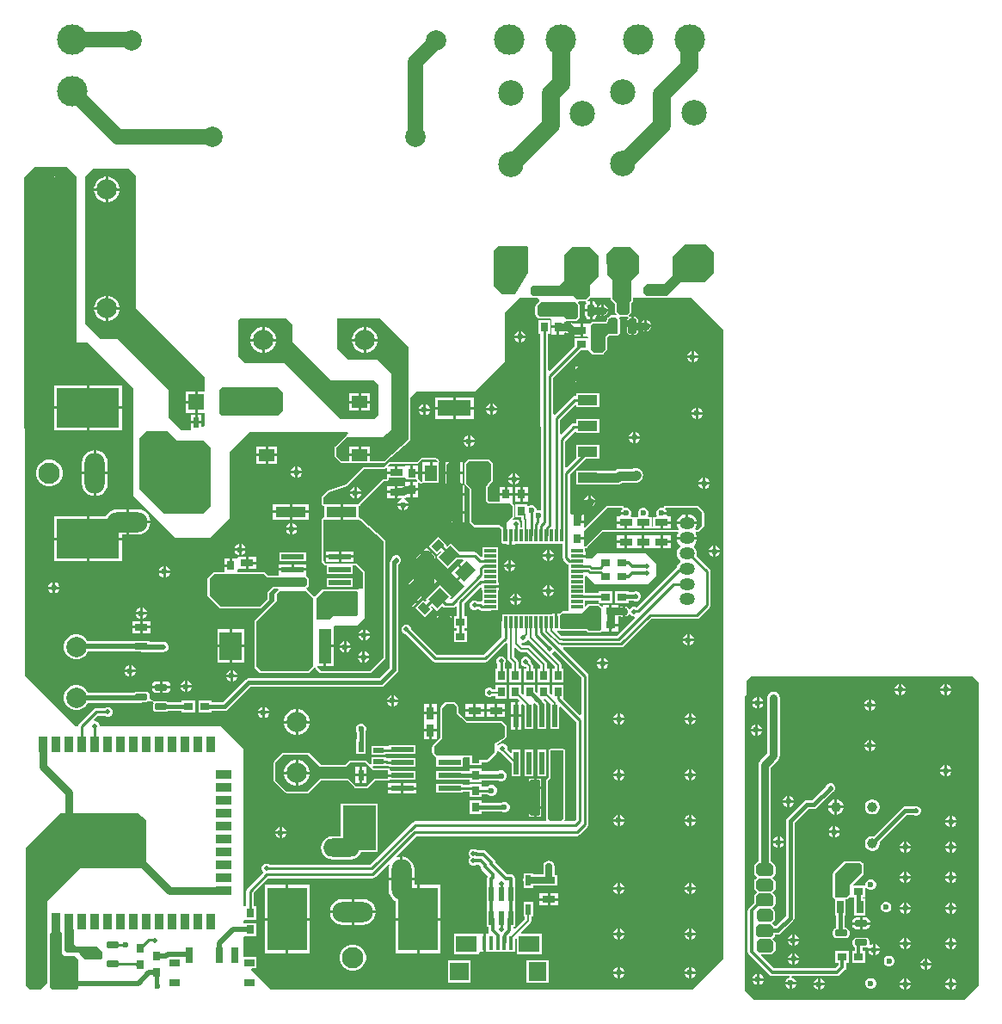
<source format=gtl>
G04*
G04 #@! TF.GenerationSoftware,Altium Limited,Altium Designer,22.2.1 (43)*
G04*
G04 Layer_Physical_Order=1*
G04 Layer_Color=255*
%FSLAX25Y25*%
%MOIN*%
G70*
G04*
G04 #@! TF.SameCoordinates,65C05967-714E-454F-997F-66751C825CAB*
G04*
G04*
G04 #@! TF.FilePolarity,Positive*
G04*
G01*
G75*
%ADD13C,0.01000*%
%ADD23R,0.04134X0.02165*%
G04:AMPARAMS|DCode=24|XSize=49.61mil|YSize=24.02mil|CornerRadius=6mil|HoleSize=0mil|Usage=FLASHONLY|Rotation=270.000|XOffset=0mil|YOffset=0mil|HoleType=Round|Shape=RoundedRectangle|*
%AMROUNDEDRECTD24*
21,1,0.04961,0.01201,0,0,270.0*
21,1,0.03760,0.02402,0,0,270.0*
1,1,0.01201,-0.00600,-0.01880*
1,1,0.01201,-0.00600,0.01880*
1,1,0.01201,0.00600,0.01880*
1,1,0.01201,0.00600,-0.01880*
%
%ADD24ROUNDEDRECTD24*%
%ADD25R,0.03100X0.03800*%
%ADD26R,0.07520X0.04095*%
%ADD27R,0.05118X0.02756*%
G04:AMPARAMS|DCode=28|XSize=49.61mil|YSize=24.02mil|CornerRadius=6mil|HoleSize=0mil|Usage=FLASHONLY|Rotation=0.000|XOffset=0mil|YOffset=0mil|HoleType=Round|Shape=RoundedRectangle|*
%AMROUNDEDRECTD28*
21,1,0.04961,0.01201,0,0,0.0*
21,1,0.03760,0.02402,0,0,0.0*
1,1,0.01201,0.01880,-0.00600*
1,1,0.01201,-0.01880,-0.00600*
1,1,0.01201,-0.01880,0.00600*
1,1,0.01201,0.01880,0.00600*
%
%ADD28ROUNDEDRECTD28*%
%ADD29R,0.03800X0.03100*%
%ADD30R,0.03543X0.05906*%
%ADD31R,0.05906X0.03543*%
%ADD32R,0.03543X0.03543*%
%ADD33R,0.03543X0.03543*%
%ADD34R,0.02756X0.05118*%
G04:AMPARAMS|DCode=35|XSize=38mil|YSize=31mil|CornerRadius=0mil|HoleSize=0mil|Usage=FLASHONLY|Rotation=45.000|XOffset=0mil|YOffset=0mil|HoleType=Round|Shape=Rectangle|*
%AMROTATEDRECTD35*
4,1,4,-0.00248,-0.02439,-0.02439,-0.00248,0.00248,0.02439,0.02439,0.00248,-0.00248,-0.02439,0.0*
%
%ADD35ROTATEDRECTD35*%

G04:AMPARAMS|DCode=36|XSize=62.99mil|YSize=49.21mil|CornerRadius=0mil|HoleSize=0mil|Usage=FLASHONLY|Rotation=45.000|XOffset=0mil|YOffset=0mil|HoleType=Round|Shape=Rectangle|*
%AMROTATEDRECTD36*
4,1,4,-0.00487,-0.03967,-0.03967,-0.00487,0.00487,0.03967,0.03967,0.00487,-0.00487,-0.03967,0.0*
%
%ADD36ROTATEDRECTD36*%

%ADD37R,0.01181X0.04724*%
%ADD38R,0.04724X0.01181*%
G04:AMPARAMS|DCode=39|XSize=38mil|YSize=31mil|CornerRadius=0mil|HoleSize=0mil|Usage=FLASHONLY|Rotation=315.000|XOffset=0mil|YOffset=0mil|HoleType=Round|Shape=Rectangle|*
%AMROTATEDRECTD39*
4,1,4,-0.02439,0.00248,-0.00248,0.02439,0.02439,-0.00248,0.00248,-0.02439,-0.02439,0.00248,0.0*
%
%ADD39ROTATEDRECTD39*%

%ADD40R,0.08858X0.01968*%
%ADD41R,0.03937X0.01968*%
%ADD42R,0.02165X0.04134*%
%ADD43R,0.24410X0.15354*%
%ADD44R,0.17323X0.12992*%
%ADD45R,0.11811X0.03937*%
%ADD46R,0.06299X0.06299*%
%ADD47R,0.08500X0.10799*%
%ADD48R,0.01575X0.05315*%
%ADD49R,0.08268X0.06299*%
%ADD50R,0.07480X0.07087*%
%ADD51R,0.07087X0.07480*%
%ADD52R,0.02362X0.05354*%
%ADD53R,0.05118X0.13386*%
%ADD54R,0.03937X0.03150*%
%ADD55R,0.02756X0.05906*%
%ADD56R,0.05984X0.04724*%
%ADD57R,0.04724X0.06299*%
%ADD58R,0.12992X0.06299*%
%ADD59R,0.01968X0.08858*%
%ADD60R,0.15354X0.24410*%
%ADD61R,0.12992X0.17323*%
%ADD104C,0.08268*%
%ADD113C,0.02000*%
%ADD114C,0.01200*%
%ADD115C,0.03000*%
%ADD116C,0.01300*%
%ADD117C,0.01500*%
%ADD118C,0.01100*%
%ADD119C,0.01470*%
%ADD120C,0.00800*%
%ADD121C,0.03500*%
%ADD122C,0.02500*%
%ADD123C,0.07000*%
%ADD124C,0.06000*%
%ADD125O,0.05906X0.04724*%
%ADD126C,0.03937*%
%ADD127C,0.09843*%
%ADD128C,0.07874*%
%ADD129O,0.07087X0.14173*%
%ADD130O,0.15748X0.07874*%
%ADD131O,0.07874X0.15748*%
%ADD132C,0.11811*%
%ADD133O,0.14173X0.07087*%
%ADD134C,0.01968*%
%ADD135C,0.02362*%
G36*
X270374Y289567D02*
Y281693D01*
X266634Y277953D01*
X257480D01*
X252067Y272539D01*
X244193D01*
X243012Y273721D01*
X243012Y275886D01*
X244291Y277165D01*
X251083Y277165D01*
X254429Y280512D01*
Y287992D01*
X259055Y292618D01*
X267323D01*
X270374Y289567D01*
D02*
G37*
G36*
X198425Y291240D02*
X198425Y281437D01*
X193602Y273721D01*
X193209Y273327D01*
X188386D01*
X185039Y276673D01*
Y290256D01*
X186506Y291723D01*
X197835Y291831D01*
X198425Y291240D01*
D02*
G37*
G36*
X274016Y259350D02*
Y15945D01*
X261910Y3839D01*
X98721D01*
X90926Y11633D01*
X91117Y12095D01*
X92826D01*
Y16645D01*
X87894D01*
Y24292D01*
X88301Y24515D01*
X92801D01*
Y29715D01*
X88301D01*
X87894Y29938D01*
Y30692D01*
X88301Y30915D01*
X88394Y30915D01*
X92801D01*
Y36115D01*
X92030D01*
Y41411D01*
X97660Y47041D01*
X138091D01*
X138656Y47154D01*
X139136Y47474D01*
X144158Y52496D01*
X144581Y52213D01*
X144403Y51781D01*
X144233Y50492D01*
Y47055D01*
X148713D01*
Y55406D01*
X147924Y55302D01*
X147492Y55123D01*
X147209Y55547D01*
X155042Y63380D01*
X217112D01*
X217678Y63492D01*
X218158Y63813D01*
X221321Y66976D01*
X221641Y67456D01*
X221754Y68021D01*
Y125368D01*
X221641Y125934D01*
X221321Y126413D01*
X211807Y135928D01*
X211998Y136390D01*
X234372D01*
X234372Y136390D01*
X234918Y136498D01*
X235381Y136808D01*
X246162Y147588D01*
X263583D01*
X263583Y147588D01*
X264129Y147697D01*
X264592Y148006D01*
X268529Y151943D01*
X268529Y151943D01*
X268839Y152407D01*
X268947Y152953D01*
Y165748D01*
X268947Y165748D01*
X268839Y166294D01*
X268529Y166757D01*
X268529Y166757D01*
X263521Y171765D01*
X263611Y171983D01*
X263723Y172835D01*
X263611Y173686D01*
X263283Y174480D01*
X262760Y175161D01*
X262437Y175409D01*
Y176040D01*
X262831Y176342D01*
X263370Y177044D01*
X263709Y177862D01*
X263758Y178240D01*
X259842D01*
X255927D01*
X255976Y177862D01*
X256315Y177044D01*
X256854Y176342D01*
X257248Y176040D01*
Y175409D01*
X256925Y175161D01*
X256402Y174480D01*
X256074Y173686D01*
X255962Y172835D01*
X256074Y171983D01*
X256402Y171189D01*
X256925Y170508D01*
X257344Y170187D01*
Y169577D01*
X256925Y169256D01*
X256402Y168574D01*
X256074Y167781D01*
X256051Y167605D01*
X256034Y167602D01*
X255555Y167281D01*
X240246Y151972D01*
X239745Y152180D01*
X238995D01*
X238303Y151893D01*
X237773Y151363D01*
X237763Y151339D01*
X237263D01*
X237184Y151531D01*
X236570Y152144D01*
X235835Y152449D01*
Y150295D01*
Y148142D01*
X236570Y148446D01*
X237184Y149060D01*
X237263Y149251D01*
X237763D01*
X237773Y149228D01*
X238303Y148698D01*
X238995Y148411D01*
X239314D01*
X239521Y147911D01*
X232655Y141045D01*
X211497D01*
X211022Y140951D01*
X209537Y142436D01*
X209729Y142898D01*
X210770D01*
X210849Y142845D01*
X211122Y142790D01*
X220964D01*
X221444Y142310D01*
X221676Y142156D01*
X221949Y142101D01*
X225886D01*
X226159Y142156D01*
X226391Y142310D01*
X226867Y142787D01*
X227367Y142627D01*
Y142627D01*
X229767D01*
Y145177D01*
X230267D01*
Y145677D01*
X233167D01*
Y147727D01*
X233167D01*
Y147844D01*
X233167D01*
Y148671D01*
X233667Y148879D01*
X234099Y148446D01*
X234835Y148142D01*
Y150295D01*
Y152449D01*
X234099Y152144D01*
X233667Y151712D01*
X233167Y151919D01*
Y152944D01*
X230767D01*
Y150394D01*
X229767D01*
Y152944D01*
X227367D01*
Y152401D01*
X226867Y152194D01*
X226467Y152594D01*
Y152644D01*
X226417D01*
X226095Y152965D01*
X225864Y153120D01*
X225590Y153174D01*
X222485D01*
X222419Y153218D01*
X222146Y153273D01*
X221850D01*
X221577Y153218D01*
X221346Y153064D01*
X220650Y152368D01*
X220188Y152559D01*
Y154675D01*
X225696D01*
Y153656D01*
X230896D01*
Y158156D01*
X225696D01*
Y157530D01*
X220188D01*
Y160717D01*
Y163950D01*
X220688Y164157D01*
X224117Y160728D01*
X244587D01*
X248031Y164173D01*
Y168799D01*
X243996Y172835D01*
X224803D01*
X222835Y170866D01*
X220488D01*
Y171350D01*
X217285D01*
X217126Y171382D01*
Y172350D01*
X220488D01*
Y173441D01*
X220188D01*
Y174381D01*
X220392Y174812D01*
X220520Y174829D01*
X220647Y174841D01*
X220657Y174847D01*
X220669Y174848D01*
X220780Y174912D01*
X220893Y174972D01*
X220900Y174981D01*
X220910Y174987D01*
X221336Y175359D01*
X221351Y175378D01*
X221371Y175391D01*
X221435Y175488D01*
X221506Y175579D01*
X221512Y175603D01*
X221526Y175623D01*
X221528Y175637D01*
X227067Y181176D01*
X256253D01*
X256500Y180676D01*
X256315Y180436D01*
X255976Y179618D01*
X255927Y179240D01*
X259842D01*
X263758D01*
X263709Y179618D01*
X263370Y180436D01*
X263186Y180676D01*
X263432Y181176D01*
X264173D01*
X264446Y181230D01*
X264678Y181385D01*
X266253Y182960D01*
X266407Y183191D01*
X266462Y183465D01*
Y188583D01*
X266407Y188856D01*
X266253Y189087D01*
X264284Y191056D01*
X264053Y191211D01*
X263779Y191265D01*
X251585D01*
X251551Y191258D01*
X251515Y191261D01*
X251415Y191231D01*
X251312Y191211D01*
X251283Y191191D01*
X251249Y191181D01*
X251168Y191114D01*
X251080Y191056D01*
X251061Y191026D01*
X251033Y191004D01*
X250984Y190911D01*
X250926Y190824D01*
X250919Y190790D01*
X250902Y190758D01*
X250877Y190676D01*
X250425Y190462D01*
X250414Y190467D01*
X249586D01*
X248821Y190150D01*
X248236Y189565D01*
X247919Y188800D01*
Y187972D01*
X248147Y187420D01*
X247869Y186920D01*
X246741D01*
Y183178D01*
X246172D01*
Y186920D01*
X245044D01*
X244766Y187420D01*
X244994Y187972D01*
Y188800D01*
X244678Y189565D01*
X244092Y190150D01*
X243327Y190467D01*
X242499D01*
X241735Y190150D01*
X241149Y189565D01*
X240832Y188800D01*
Y187972D01*
X241061Y187420D01*
X240782Y186920D01*
X239654D01*
Y186920D01*
X239479D01*
Y186920D01*
X238351D01*
X238073Y187420D01*
X238302Y187972D01*
Y188800D01*
X237985Y189565D01*
X237399Y190150D01*
X236634Y190467D01*
X235806D01*
X235795Y190462D01*
X235343Y190676D01*
X235318Y190758D01*
X235302Y190790D01*
X235295Y190824D01*
X235236Y190911D01*
X235187Y191004D01*
X235160Y191026D01*
X235140Y191056D01*
X235053Y191114D01*
X234972Y191181D01*
X234938Y191191D01*
X234908Y191211D01*
X234805Y191231D01*
X234705Y191261D01*
X234670Y191258D01*
X234635Y191265D01*
X229134D01*
X228861Y191211D01*
X228629Y191056D01*
X220335Y182761D01*
X219873Y182953D01*
Y184590D01*
X217323D01*
Y185090D01*
X216823D01*
Y187990D01*
X214773D01*
X214518Y188384D01*
Y203393D01*
X220621Y209497D01*
X225810D01*
Y214992D01*
X216890D01*
Y209803D01*
X213198Y206111D01*
X212737Y206303D01*
Y216354D01*
X216390Y220008D01*
X216890Y219801D01*
Y219497D01*
X225810D01*
Y224992D01*
X216890D01*
Y223230D01*
X216043D01*
X215477Y223118D01*
X214998Y222797D01*
X211192Y218992D01*
X210730Y219183D01*
Y224683D01*
X216390Y230343D01*
X216890Y230135D01*
Y229497D01*
X225810D01*
Y234992D01*
X216890D01*
Y233722D01*
X216201D01*
X215635Y233610D01*
X215155Y233290D01*
X208573Y226707D01*
X208073Y226914D01*
Y240973D01*
X218688Y251589D01*
X221293D01*
X221536Y251544D01*
X221861Y251380D01*
X221936Y251267D01*
X223019Y250184D01*
X223251Y250030D01*
X223524Y249975D01*
X226969D01*
X227242Y250030D01*
X227473Y250184D01*
X228753Y251464D01*
X228907Y251695D01*
X228962Y251969D01*
Y256496D01*
X229528Y257062D01*
X232579D01*
X232852Y257116D01*
X233083Y257271D01*
X233576Y257763D01*
X233730Y257995D01*
X233785Y258268D01*
Y263583D01*
X233730Y263856D01*
X233590Y264066D01*
X233627Y264214D01*
X233682Y264351D01*
X233828Y264542D01*
X236614D01*
X236887Y264597D01*
X237131Y264174D01*
X236927Y264038D01*
X236573Y263508D01*
X236449Y262884D01*
Y261504D01*
X236910D01*
Y263189D01*
X237697Y263976D01*
X238181D01*
Y264516D01*
X238081D01*
X237565Y264413D01*
X237456Y264391D01*
X237167Y264799D01*
X237260Y264893D01*
X238103Y265736D01*
X238258Y265967D01*
X238312Y266240D01*
Y269882D01*
X238891Y270460D01*
X239045Y270691D01*
X239100Y270965D01*
Y271850D01*
X244069D01*
X244193Y271826D01*
X252067D01*
X252191Y271850D01*
X261516D01*
X274016Y259350D01*
D02*
G37*
G36*
X225590Y288189D02*
Y280315D01*
X222244Y276969D01*
Y272736D01*
X220669Y271161D01*
X217323D01*
X215945Y272539D01*
X200098D01*
X199114Y273524D01*
X199114Y275590D01*
X200098Y276575D01*
X210138D01*
X212205Y278642D01*
Y288386D01*
X215256Y291437D01*
X222342D01*
X225590Y288189D01*
D02*
G37*
G36*
X241240Y288090D02*
Y281398D01*
X238386Y278543D01*
X238386Y270965D01*
X237598Y270177D01*
Y266240D01*
X236614Y265256D01*
X233760D01*
X232579Y266437D01*
Y269783D01*
X231102Y271260D01*
X231102Y273917D01*
X231102Y278642D01*
X228792Y280952D01*
X228688Y288925D01*
X231201Y291437D01*
X237894D01*
X241240Y288090D01*
D02*
G37*
G36*
X217717Y268799D02*
Y264567D01*
X216732Y263583D01*
X212992D01*
X212106Y264469D01*
X202756D01*
X201772Y265453D01*
Y268701D01*
X203150Y270079D01*
X216437D01*
X217717Y268799D01*
D02*
G37*
G36*
X23425Y318701D02*
X23228Y318504D01*
Y254429D01*
X27657D01*
X45177Y236910D01*
Y195374D01*
X61516Y179035D01*
X75295D01*
X82677Y186417D01*
Y212106D01*
X90354Y219783D01*
X128284D01*
X128475Y219321D01*
X127953Y218799D01*
X127953Y218535D01*
X127680Y218376D01*
X127448Y218221D01*
X123511Y214284D01*
X123356Y214053D01*
X123302Y213779D01*
Y210630D01*
X123356Y210357D01*
X123511Y210125D01*
X125480Y208157D01*
X125711Y208002D01*
X125984Y207948D01*
X128763D01*
X129261Y207942D01*
X129261Y207942D01*
X129261Y207942D01*
X136645D01*
X136645Y207942D01*
Y207942D01*
X137142Y207948D01*
X142520D01*
X142633Y207970D01*
X142748Y207985D01*
X142769Y207997D01*
X142793Y208002D01*
X142889Y208067D01*
X142990Y208124D01*
X152438Y216392D01*
X152453Y216411D01*
X152473Y216424D01*
X152538Y216521D01*
X152608Y216613D01*
X152614Y216636D01*
X152628Y216656D01*
X152650Y216770D01*
X152681Y216882D01*
X152678Y216905D01*
X152682Y216929D01*
Y232997D01*
X155413Y235728D01*
X155512Y235630D01*
X177657D01*
X189272Y247244D01*
Y266240D01*
X194882Y271850D01*
X199974D01*
X200098Y271826D01*
X201796D01*
X202461Y271161D01*
Y270399D01*
X201267Y269205D01*
X201112Y268974D01*
X201058Y268701D01*
Y265453D01*
X201112Y265180D01*
X201267Y264948D01*
X202251Y263964D01*
X202483Y263809D01*
X202756Y263755D01*
X206907D01*
X207293Y263479D01*
Y261080D01*
X209842D01*
Y260579D01*
X210343D01*
Y257680D01*
X212392D01*
Y258324D01*
X212893Y258531D01*
X213307Y258116D01*
X214043Y257811D01*
Y259965D01*
Y262119D01*
X213307Y261814D01*
X212893Y261399D01*
X212392Y261606D01*
Y262540D01*
X212473Y262635D01*
X212893Y262889D01*
X212992Y262869D01*
X216732D01*
X217005Y262923D01*
X217237Y263078D01*
X218221Y264062D01*
X218376Y264294D01*
X218430Y264567D01*
Y268799D01*
X218376Y269072D01*
X218221Y269304D01*
X217577Y269948D01*
X217785Y270448D01*
X220599D01*
X220740Y270247D01*
X220836Y269971D01*
X220530Y269512D01*
X220406Y268888D01*
Y267508D01*
X222138D01*
Y270519D01*
X222037D01*
X221671Y270447D01*
X221425Y270907D01*
X222368Y271850D01*
X230389D01*
Y271260D01*
X230443Y270987D01*
X230598Y270755D01*
X231865Y269488D01*
Y266437D01*
X231919Y266164D01*
X232074Y265932D01*
X232439Y265567D01*
X232332Y265250D01*
X232210Y265090D01*
X230518D01*
X230429Y265072D01*
X230340Y265067D01*
X230294Y265045D01*
X230244Y265035D01*
X230170Y264985D01*
X230089Y264946D01*
X229295Y264350D01*
X229257Y264306D01*
X229209Y264273D01*
X229165Y264204D01*
X229110Y264142D01*
X229091Y264087D01*
X229059Y264038D01*
X228509Y262623D01*
X223425D01*
X223152Y262569D01*
X222920Y262414D01*
X222271Y261765D01*
X221944Y261900D01*
Y261900D01*
X219544D01*
Y259350D01*
Y256800D01*
X221378D01*
X221478Y256576D01*
X221306Y256241D01*
X221153Y256089D01*
X216247D01*
Y253329D01*
X206468Y243550D01*
X206006Y243741D01*
Y257929D01*
X206778D01*
Y263129D01*
X202278D01*
Y257929D01*
X203049D01*
Y222054D01*
X203162Y221488D01*
X203187Y221450D01*
Y189920D01*
X202771Y189642D01*
X202648Y189693D01*
X201820D01*
X201626Y189823D01*
Y189873D01*
X201309Y190637D01*
X200724Y191223D01*
X199959Y191540D01*
X199131D01*
X198419Y191245D01*
X197919Y191429D01*
Y191920D01*
X193419D01*
Y186720D01*
X195494D01*
Y186252D01*
X195595Y185744D01*
X195882Y185314D01*
X195919Y185278D01*
Y182943D01*
X195438Y182818D01*
X195184Y183287D01*
X195388Y183779D01*
Y184528D01*
X195101Y185221D01*
X194571Y185751D01*
X193879Y186038D01*
X193129D01*
X192691Y185856D01*
X192408Y186280D01*
X192631Y186503D01*
X192785Y186735D01*
X192840Y187008D01*
Y191339D01*
X192785Y191612D01*
X192631Y191843D01*
X192154Y192320D01*
X192314Y192820D01*
X192314D01*
Y195220D01*
X189764D01*
X187214D01*
Y192840D01*
X183367D01*
X182604Y193603D01*
Y198217D01*
X183828Y200141D01*
X184363Y200676D01*
X184518Y200908D01*
X184572Y201181D01*
Y207480D01*
X184518Y207753D01*
X184363Y207985D01*
X183182Y209166D01*
X182950Y209321D01*
X182677Y209375D01*
X175591D01*
X175317Y209321D01*
X175086Y209166D01*
X173905Y207985D01*
X173750Y207753D01*
X173696Y207480D01*
Y200000D01*
X173750Y199727D01*
X173789Y199668D01*
X173482Y199228D01*
X173218Y199228D01*
X172933D01*
Y196169D01*
X173644D01*
Y198784D01*
X173644Y199049D01*
X174125Y199276D01*
X175664Y197736D01*
Y185039D01*
X175719Y184766D01*
X175873Y184535D01*
X177153Y183255D01*
X177384Y183100D01*
X177657Y183046D01*
X186841D01*
X187869Y182361D01*
Y177559D01*
X187923Y177286D01*
X188078Y177054D01*
X188276Y176922D01*
Y176662D01*
X189945D01*
Y176362D01*
X191035D01*
Y179724D01*
X192035D01*
Y176362D01*
X193126D01*
Y176662D01*
X211663D01*
Y171165D01*
X211663Y171165D01*
X211772Y170619D01*
X212081Y170156D01*
X213274Y168963D01*
X213274Y168963D01*
X213737Y168654D01*
X214064Y168589D01*
Y166623D01*
Y162686D01*
Y158749D01*
Y154812D01*
Y150875D01*
X214064D01*
X213959Y150418D01*
X211614D01*
X211341Y150364D01*
X211109Y150209D01*
X210522Y149622D01*
X209752D01*
Y146260D01*
X208752D01*
Y149622D01*
X207661D01*
Y149322D01*
X188276D01*
Y146938D01*
X188201Y146826D01*
X188089Y146260D01*
Y140573D01*
X181080Y133565D01*
X163014D01*
X152967Y143612D01*
Y143780D01*
X152680Y144473D01*
X152150Y145003D01*
X151458Y145290D01*
X150708D01*
X150015Y145003D01*
X149485Y144473D01*
X149198Y143780D01*
Y143031D01*
X149485Y142338D01*
X150015Y141808D01*
X150708Y141521D01*
X150876D01*
X161356Y131041D01*
X161836Y130721D01*
X162402Y130608D01*
X181693D01*
X182259Y130721D01*
X182738Y131041D01*
X189748Y138051D01*
X190210Y137860D01*
Y132382D01*
X190311Y131875D01*
X190598Y131445D01*
X191883Y130160D01*
Y128241D01*
X191057D01*
Y123041D01*
X195557D01*
Y128241D01*
X194534D01*
Y130709D01*
X194433Y131216D01*
X194146Y131646D01*
X192861Y132931D01*
Y136107D01*
X193323Y136299D01*
X194535Y135086D01*
X194965Y134799D01*
X195472Y134698D01*
X195473Y134698D01*
X197778D01*
X203005Y129471D01*
Y128142D01*
X202081D01*
Y122942D01*
X206581D01*
Y128142D01*
X205656D01*
Y130020D01*
X205555Y130527D01*
X205268Y130957D01*
X199264Y136961D01*
X198834Y137248D01*
X198327Y137349D01*
X196021D01*
X195632Y137738D01*
X195856Y138124D01*
X195903Y138175D01*
X196635D01*
X197327Y138462D01*
X197857Y138992D01*
X197927Y139160D01*
X198478Y139184D01*
X208517Y129145D01*
Y128241D01*
X207593D01*
Y123041D01*
X212092D01*
Y128241D01*
X211168D01*
Y129694D01*
X211067Y130201D01*
X210780Y130631D01*
X207603Y133808D01*
X207693Y134261D01*
X208223Y134791D01*
X208673Y134880D01*
X218797Y124756D01*
Y110423D01*
X218335Y110232D01*
X212326Y116241D01*
X212092Y116641D01*
X212092D01*
X212092Y116641D01*
Y121841D01*
X207593D01*
Y118409D01*
X207131Y118217D01*
X206581Y118767D01*
Y121742D01*
X202081D01*
Y119012D01*
X201619Y118820D01*
X201069Y119370D01*
Y121841D01*
X196569D01*
Y118507D01*
X196107Y118316D01*
X195557Y118866D01*
Y121841D01*
X191057D01*
Y116641D01*
X194033D01*
X194842Y115832D01*
X194650Y115370D01*
X194181D01*
Y110441D01*
X195665D01*
Y114355D01*
X196127Y114546D01*
X196997Y113677D01*
Y104812D01*
X200365D01*
Y114521D01*
X200865Y114728D01*
X200991Y114603D01*
X200991Y114603D01*
X201227Y114445D01*
X201997Y113675D01*
Y104812D01*
X205365D01*
Y115070D01*
X205198D01*
X204871Y115560D01*
X204350Y116081D01*
X204541Y116542D01*
X205056D01*
X206997Y114602D01*
Y104812D01*
X210365D01*
Y113367D01*
X210827Y113558D01*
X216927Y107458D01*
Y69954D01*
X216109Y69136D01*
X212497D01*
X212479Y69178D01*
X212357Y69636D01*
X212470Y69806D01*
X212525Y70079D01*
Y85433D01*
Y96457D01*
X212470Y96730D01*
X212316Y96961D01*
X212084Y97116D01*
X211811Y97170D01*
X207087D01*
X206814Y97116D01*
X206582Y96961D01*
X206427Y96730D01*
X206373Y96457D01*
Y86122D01*
X205401Y85150D01*
X205246Y84919D01*
X205192Y84646D01*
Y70079D01*
X205246Y69806D01*
X205360Y69636D01*
X205237Y69178D01*
X205219Y69136D01*
X154567D01*
X154001Y69023D01*
X153521Y68703D01*
X137084Y52266D01*
X98037D01*
X97918Y52385D01*
X97225Y52672D01*
X96476D01*
X95783Y52385D01*
X95253Y51855D01*
X94966Y51162D01*
Y50413D01*
X95253Y49720D01*
X95705Y49268D01*
X89506Y43069D01*
X89185Y42589D01*
X89073Y42024D01*
Y36115D01*
X88394D01*
X88301Y36115D01*
X87894Y36338D01*
Y97244D01*
X79134Y106004D01*
X32199D01*
Y106379D01*
X31912Y107071D01*
X31382Y107601D01*
X30690Y107888D01*
X30174D01*
X29967Y108388D01*
X31518Y109939D01*
X34247D01*
X34366Y109820D01*
X35058Y109533D01*
X35808D01*
X36500Y109820D01*
X37031Y110350D01*
X37317Y111042D01*
Y111792D01*
X37031Y112485D01*
X36500Y113015D01*
X35808Y113302D01*
X35058D01*
X34366Y113015D01*
X34247Y112896D01*
X30906D01*
X30340Y112783D01*
X29860Y112463D01*
X24270Y106872D01*
X23949Y106393D01*
X23872Y106004D01*
X22736D01*
X3347Y125394D01*
X2855Y318642D01*
X3208Y318996D01*
X3347D01*
X6791Y322441D01*
X19685D01*
X23425Y318701D01*
D02*
G37*
G36*
X233071Y263583D02*
Y263484D01*
Y258268D01*
X232579Y257776D01*
X229232D01*
X228248Y256791D01*
Y251969D01*
X226969Y250689D01*
X223524D01*
X222441Y251772D01*
Y260925D01*
X223425Y261910D01*
X228740D01*
X229035Y262008D01*
X229724Y263779D01*
X230518Y264376D01*
X232278D01*
X233071Y263583D01*
D02*
G37*
G36*
X103347Y235236D02*
X103347Y228346D01*
X101378Y226378D01*
X79724D01*
X78740Y227362D01*
Y236221D01*
X79724Y237205D01*
X101378D01*
X103347Y235236D01*
D02*
G37*
G36*
X107087Y261417D02*
Y254724D01*
X122047Y239764D01*
X138583D01*
X140157Y238189D01*
Y226378D01*
X138583Y224803D01*
X125591D01*
X103937Y246457D01*
X88583D01*
X85827Y249213D01*
Y262992D01*
X86614Y263779D01*
X104724D01*
X107087Y261417D01*
D02*
G37*
G36*
X43694Y321752D02*
X46260Y319187D01*
Y267717D01*
X72835Y241142D01*
Y235646D01*
X70185D01*
Y231496D01*
Y227346D01*
X72835D01*
Y222441D01*
X72230Y221836D01*
X71768Y222027D01*
Y223122D01*
X69685D01*
X67602D01*
Y220555D01*
X67137Y220472D01*
X63976D01*
X59055Y225394D01*
Y236221D01*
X39370Y255906D01*
X32480D01*
X26575Y261811D01*
Y318898D01*
X29528Y321850D01*
X43596D01*
X43694Y321752D01*
D02*
G37*
G36*
X151969Y252756D02*
Y216929D01*
X142520Y208661D01*
X136945D01*
Y210504D01*
X132953D01*
X128961D01*
Y208661D01*
X125984D01*
X124016Y210630D01*
Y213779D01*
X127953Y217717D01*
X141929D01*
X145276Y220585D01*
Y242520D01*
X139764Y248031D01*
X128740D01*
X124409Y252362D01*
Y263779D01*
X140945D01*
X151969Y252756D01*
D02*
G37*
G36*
X58465Y220276D02*
X62205Y216535D01*
X72539D01*
X72736Y216437D01*
X75197Y213976D01*
Y191142D01*
X72244Y188189D01*
X57087D01*
X47539Y197736D01*
Y217618D01*
X50197Y220276D01*
X58465Y220276D01*
D02*
G37*
G36*
X265748Y188583D02*
Y183465D01*
X264173Y181890D01*
X263135D01*
X262940Y182390D01*
X263370Y182950D01*
X263709Y183768D01*
X263758Y184146D01*
X259842D01*
Y184646D01*
D01*
Y184146D01*
X255927D01*
X255976Y183768D01*
X256315Y182950D01*
X256745Y182390D01*
X256550Y181890D01*
X226772D01*
X220866Y175984D01*
Y175896D01*
X220441Y175524D01*
X220045Y175564D01*
X219873Y175790D01*
Y178190D01*
X217323D01*
Y179190D01*
X219873D01*
Y181496D01*
X220079D01*
X229134Y190551D01*
X234635D01*
X234787Y190051D01*
X234648Y189958D01*
X234166Y189237D01*
X234096Y188886D01*
X236221D01*
Y187886D01*
X234096D01*
X234129Y187721D01*
X233820Y187221D01*
X232661D01*
Y185343D01*
X236221D01*
Y184843D01*
X236720D01*
Y182465D01*
X242413D01*
Y184843D01*
X243413D01*
Y182465D01*
X249500D01*
Y184843D01*
X250000D01*
Y185343D01*
X253559D01*
Y187221D01*
X252400D01*
X252092Y187721D01*
X252124Y187886D01*
X250000D01*
Y188886D01*
X252124D01*
X252055Y189237D01*
X251572Y189958D01*
X251433Y190051D01*
X251585Y190551D01*
X263779D01*
X265748Y188583D01*
D02*
G37*
G36*
X183858Y207480D02*
Y201181D01*
X183268Y200591D01*
X181890Y198425D01*
Y193307D01*
X183071Y192126D01*
X191339D01*
X192126Y191339D01*
Y187008D01*
X190039Y184921D01*
Y177559D01*
X188583D01*
Y182743D01*
X187057Y183760D01*
X177657D01*
X176378Y185039D01*
Y198031D01*
X174409Y200000D01*
Y207480D01*
X175591Y208661D01*
X182677D01*
X183858Y207480D01*
D02*
G37*
G36*
X222047Y152461D02*
X225590D01*
X226673Y151378D01*
Y143602D01*
X225886Y142815D01*
X221949D01*
X221260Y143504D01*
X211122D01*
X210630Y143996D01*
Y148721D01*
X211614Y149705D01*
X218996D01*
X221850Y152559D01*
X222146D01*
X222047Y152461D01*
D02*
G37*
G36*
X211811Y85433D02*
Y70079D01*
X211024Y69291D01*
X206693D01*
X205906Y70079D01*
Y84646D01*
X207087Y85827D01*
Y96457D01*
X211811D01*
Y85433D01*
D02*
G37*
G36*
X22047Y27756D02*
X22244Y26969D01*
Y21457D01*
X23031Y20669D01*
X31102D01*
X33268Y18504D01*
Y16240D01*
X32677Y15650D01*
X26280D01*
X24492Y17556D01*
X24206Y18110D01*
X19685D01*
X18602Y19193D01*
Y33366D01*
X22047D01*
Y27756D01*
D02*
G37*
G36*
X50295Y69587D02*
Y53347D01*
X47933Y50984D01*
X24902D01*
X12008Y38091D01*
Y6660D01*
X9252Y3904D01*
X5151D01*
X3642Y5413D01*
Y58760D01*
X17224Y72342D01*
X46949D01*
X50295Y69587D01*
D02*
G37*
G36*
X17028Y26280D02*
X17520Y25787D01*
Y18012D01*
X18602Y16929D01*
X22539D01*
X23917Y15551D01*
Y4331D01*
X23425Y3839D01*
X14075D01*
X13091Y4823D01*
Y25689D01*
X13484Y26083D01*
X13583Y33465D01*
X17028D01*
Y26280D01*
D02*
G37*
G36*
X372835Y122835D02*
Y5512D01*
X367323Y0D01*
X285827D01*
X282283Y3543D01*
Y117323D01*
X283071Y118110D01*
Y123622D01*
X284646Y125197D01*
X370472D01*
X372835Y122835D01*
D02*
G37*
%LPC*%
G36*
X244378Y263158D02*
Y261504D01*
X246032D01*
X245727Y262239D01*
X245113Y262853D01*
X244378Y263158D01*
D02*
G37*
G36*
X243378D02*
X242642Y262853D01*
X242029Y262239D01*
X241724Y261504D01*
X243378D01*
Y263158D01*
D02*
G37*
G36*
X239282Y264516D02*
X239181D01*
Y263976D01*
X239862D01*
X240354Y263484D01*
Y261504D01*
X240913D01*
Y262884D01*
X240789Y263508D01*
X240435Y264038D01*
X239906Y264391D01*
X239282Y264516D01*
D02*
G37*
G36*
X246032Y260504D02*
X244378D01*
Y258850D01*
X245113Y259155D01*
X245727Y259768D01*
X246032Y260504D01*
D02*
G37*
G36*
X243378D02*
X241724D01*
X242029Y259768D01*
X242642Y259155D01*
X243378Y258850D01*
Y260504D01*
D02*
G37*
G36*
X240913Y260504D02*
X240354D01*
Y258563D01*
X239764Y257972D01*
X239181D01*
Y257492D01*
X239282D01*
X239906Y257616D01*
X240435Y257970D01*
X240789Y258500D01*
X240913Y259124D01*
Y260504D01*
D02*
G37*
G36*
X236910D02*
X236449D01*
Y259124D01*
X236573Y258500D01*
X236927Y257970D01*
X237456Y257616D01*
X238081Y257492D01*
X238181D01*
Y257972D01*
X237303D01*
Y258071D01*
X236910Y258661D01*
Y260504D01*
D02*
G37*
G36*
X262508Y251169D02*
Y249516D01*
X264162D01*
X263857Y250251D01*
X263243Y250865D01*
X262508Y251169D01*
D02*
G37*
G36*
X261508D02*
X260772Y250865D01*
X260159Y250251D01*
X259854Y249516D01*
X261508D01*
Y251169D01*
D02*
G37*
G36*
X264162Y248516D02*
X262508D01*
Y246862D01*
X263243Y247167D01*
X263857Y247780D01*
X264162Y248516D01*
D02*
G37*
G36*
X261508D02*
X259854D01*
X260159Y247780D01*
X260772Y247167D01*
X261508Y246862D01*
Y248516D01*
D02*
G37*
G36*
X226110Y245292D02*
X221850D01*
Y245276D01*
X226110D01*
Y245292D01*
D02*
G37*
G36*
X220850D02*
X216590D01*
Y244346D01*
X217520Y245276D01*
X220850D01*
Y245292D01*
D02*
G37*
G36*
X226110Y239370D02*
X221850D01*
Y239197D01*
X226110D01*
Y239370D01*
D02*
G37*
G36*
X216590Y239808D02*
Y239197D01*
X220850D01*
Y239370D01*
X217028D01*
X216590Y239808D01*
D02*
G37*
G36*
X264181Y229319D02*
Y227665D01*
X265835D01*
X265530Y228401D01*
X264917Y229014D01*
X264181Y229319D01*
D02*
G37*
G36*
X263181D02*
X262446Y229014D01*
X261832Y228401D01*
X261527Y227665D01*
X263181D01*
Y229319D01*
D02*
G37*
G36*
X265835Y226665D02*
X264181D01*
Y225012D01*
X264917Y225316D01*
X265530Y225930D01*
X265835Y226665D01*
D02*
G37*
G36*
X263181D02*
X261527D01*
X261832Y225930D01*
X262446Y225316D01*
X263181Y225012D01*
Y226665D01*
D02*
G37*
G36*
X240067Y219870D02*
Y218216D01*
X241721D01*
X241416Y218952D01*
X240802Y219566D01*
X240067Y219870D01*
D02*
G37*
G36*
X239067D02*
X238331Y219566D01*
X237718Y218952D01*
X237413Y218216D01*
X239067D01*
Y219870D01*
D02*
G37*
G36*
X241721Y217216D02*
X240067D01*
Y215563D01*
X240802Y215867D01*
X241416Y216481D01*
X241721Y217216D01*
D02*
G37*
G36*
X239067D02*
X237413D01*
X237718Y216481D01*
X238331Y215867D01*
X239067Y215563D01*
Y217216D01*
D02*
G37*
G36*
X240079Y205901D02*
X239387Y205810D01*
X238742Y205543D01*
X238722Y205527D01*
X233563D01*
X232871Y205436D01*
X232227Y205169D01*
X231898Y204917D01*
X225810D01*
Y204992D01*
X216890D01*
Y199497D01*
X225810D01*
Y199571D01*
X232953D01*
X233645Y199662D01*
X234289Y199929D01*
X234618Y200182D01*
X239862D01*
X240554Y200272D01*
X241199Y200540D01*
X241752Y200964D01*
X242047Y201260D01*
X242048Y201260D01*
X242472Y201813D01*
X242739Y202458D01*
X242830Y203150D01*
X242739Y203841D01*
X242472Y204486D01*
X242048Y205040D01*
X242047Y205040D01*
X241969Y205118D01*
X241415Y205543D01*
X240771Y205810D01*
X240079Y205901D01*
D02*
G37*
G36*
X267035Y202055D02*
Y200402D01*
X268689D01*
X268385Y201137D01*
X267771Y201751D01*
X267035Y202055D01*
D02*
G37*
G36*
X266035D02*
X265300Y201751D01*
X264686Y201137D01*
X264382Y200402D01*
X266035D01*
Y202055D01*
D02*
G37*
G36*
X268689Y199402D02*
X267035D01*
Y197748D01*
X267771Y198053D01*
X268385Y198666D01*
X268689Y199402D01*
D02*
G37*
G36*
X266035D02*
X264382D01*
X264686Y198666D01*
X265300Y198053D01*
X266035Y197748D01*
Y199402D01*
D02*
G37*
G36*
X222646Y195166D02*
Y193512D01*
X224299D01*
X223995Y194247D01*
X223381Y194861D01*
X222646Y195166D01*
D02*
G37*
G36*
X221646D02*
X220910Y194861D01*
X220297Y194247D01*
X219992Y193512D01*
X221646D01*
Y195166D01*
D02*
G37*
G36*
X224299Y192512D02*
X222646D01*
Y190858D01*
X223381Y191163D01*
X223995Y191776D01*
X224299Y192512D01*
D02*
G37*
G36*
X221646D02*
X219992D01*
X220297Y191776D01*
X220910Y191163D01*
X221646Y190858D01*
Y192512D01*
D02*
G37*
G36*
X217823Y187990D02*
Y185590D01*
X219873D01*
Y187990D01*
X217823D01*
D02*
G37*
G36*
X253559Y179740D02*
X250500D01*
Y177862D01*
X253559D01*
Y179740D01*
D02*
G37*
G36*
X235720D02*
X232661D01*
Y177862D01*
X235720D01*
Y179740D01*
D02*
G37*
G36*
X253559Y176862D02*
X250500D01*
Y174984D01*
X253559D01*
Y176862D01*
D02*
G37*
G36*
X249500Y179740D02*
X243413D01*
Y177362D01*
Y174984D01*
X249500D01*
Y177362D01*
Y179740D01*
D02*
G37*
G36*
X242413D02*
X236720D01*
Y177362D01*
Y174984D01*
X242413D01*
Y177362D01*
Y179740D01*
D02*
G37*
G36*
X235720Y176862D02*
X232661D01*
Y174984D01*
X235720D01*
Y176862D01*
D02*
G37*
G36*
X270972Y175776D02*
Y174122D01*
X272626D01*
X272322Y174857D01*
X271708Y175471D01*
X270972Y175776D01*
D02*
G37*
G36*
X269972D02*
X269237Y175471D01*
X268623Y174857D01*
X268319Y174122D01*
X269972D01*
Y175776D01*
D02*
G37*
G36*
X272626Y173122D02*
X270972D01*
Y171468D01*
X271708Y171773D01*
X272322Y172387D01*
X272626Y173122D01*
D02*
G37*
G36*
X269972D02*
X268319D01*
X268623Y172387D01*
X269237Y171773D01*
X269972Y171468D01*
Y173122D01*
D02*
G37*
G36*
X237296Y158156D02*
X232096D01*
Y153656D01*
X237296D01*
Y154518D01*
X239197D01*
X239684Y154316D01*
X240434D01*
X241126Y154603D01*
X241656Y155133D01*
X241943Y155826D01*
Y156576D01*
X241656Y157268D01*
X241126Y157798D01*
X240434Y158085D01*
X239684D01*
X239197Y157883D01*
X237296D01*
Y158156D01*
D02*
G37*
G36*
X233167Y144677D02*
X230767D01*
Y142627D01*
X233167D01*
Y144677D01*
D02*
G37*
G36*
X260933Y141425D02*
Y139772D01*
X262587D01*
X262282Y140507D01*
X261669Y141121D01*
X260933Y141425D01*
D02*
G37*
G36*
X259933D02*
X259198Y141121D01*
X258584Y140507D01*
X258279Y139772D01*
X259933D01*
Y141425D01*
D02*
G37*
G36*
X262587Y138772D02*
X260933D01*
Y137118D01*
X261669Y137423D01*
X262282Y138036D01*
X262587Y138772D01*
D02*
G37*
G36*
X259933D02*
X258279D01*
X258584Y138036D01*
X259198Y137423D01*
X259933Y137118D01*
Y138772D01*
D02*
G37*
G36*
X227665Y132370D02*
Y130717D01*
X229319D01*
X229014Y131452D01*
X228401Y132066D01*
X227665Y132370D01*
D02*
G37*
G36*
X226665D02*
X225930Y132066D01*
X225316Y131452D01*
X225012Y130717D01*
X226665D01*
Y132370D01*
D02*
G37*
G36*
X229319Y129717D02*
X227665D01*
Y128063D01*
X228401Y128367D01*
X229014Y128981D01*
X229319Y129717D01*
D02*
G37*
G36*
X226665D02*
X225012D01*
X225316Y128981D01*
X225930Y128367D01*
X226665Y128063D01*
Y129717D01*
D02*
G37*
G36*
X261622Y110815D02*
Y109161D01*
X263276D01*
X262971Y109897D01*
X262357Y110511D01*
X261622Y110815D01*
D02*
G37*
G36*
X260622D02*
X259887Y110511D01*
X259273Y109897D01*
X258968Y109161D01*
X260622D01*
Y110815D01*
D02*
G37*
G36*
X234063D02*
Y109161D01*
X235717D01*
X235412Y109897D01*
X234799Y110511D01*
X234063Y110815D01*
D02*
G37*
G36*
X233063D02*
X232328Y110511D01*
X231714Y109897D01*
X231409Y109161D01*
X233063D01*
Y110815D01*
D02*
G37*
G36*
X263276Y108161D02*
X261622D01*
Y106508D01*
X262357Y106812D01*
X262971Y107426D01*
X263276Y108161D01*
D02*
G37*
G36*
X260622D02*
X258968D01*
X259273Y107426D01*
X259887Y106812D01*
X260622Y106508D01*
Y108161D01*
D02*
G37*
G36*
X235717D02*
X234063D01*
Y106508D01*
X234799Y106812D01*
X235412Y107426D01*
X235717Y108161D01*
D02*
G37*
G36*
X233063D02*
X231409D01*
X231714Y107426D01*
X232328Y106812D01*
X233063Y106508D01*
Y108161D01*
D02*
G37*
G36*
X261622Y89162D02*
Y87508D01*
X263276D01*
X262971Y88243D01*
X262357Y88857D01*
X261622Y89162D01*
D02*
G37*
G36*
X260622D02*
X259887Y88857D01*
X259273Y88243D01*
X258968Y87508D01*
X260622D01*
Y89162D01*
D02*
G37*
G36*
X234063D02*
Y87508D01*
X235717D01*
X235412Y88243D01*
X234799Y88857D01*
X234063Y89162D01*
D02*
G37*
G36*
X233063D02*
X232328Y88857D01*
X231714Y88243D01*
X231409Y87508D01*
X233063D01*
Y89162D01*
D02*
G37*
G36*
X263276Y86508D02*
X261622D01*
Y84854D01*
X262357Y85159D01*
X262971Y85772D01*
X263276Y86508D01*
D02*
G37*
G36*
X260622D02*
X258968D01*
X259273Y85772D01*
X259887Y85159D01*
X260622Y84854D01*
Y86508D01*
D02*
G37*
G36*
X235717D02*
X234063D01*
Y84854D01*
X234799Y85159D01*
X235412Y85772D01*
X235717Y86508D01*
D02*
G37*
G36*
X233063D02*
X231409D01*
X231714Y85772D01*
X232328Y85159D01*
X233063Y84854D01*
Y86508D01*
D02*
G37*
G36*
X261482Y71604D02*
Y69951D01*
X263136D01*
X262831Y70686D01*
X262217Y71300D01*
X261482Y71604D01*
D02*
G37*
G36*
X260482D02*
X259746Y71300D01*
X259133Y70686D01*
X258828Y69951D01*
X260482D01*
Y71604D01*
D02*
G37*
G36*
X233923D02*
Y69951D01*
X235577D01*
X235272Y70686D01*
X234658Y71300D01*
X233923Y71604D01*
D02*
G37*
G36*
X232923D02*
X232187Y71300D01*
X231574Y70686D01*
X231269Y69951D01*
X232923D01*
Y71604D01*
D02*
G37*
G36*
X235577Y68951D02*
X233923D01*
Y67297D01*
X234658Y67602D01*
X235272Y68215D01*
X235577Y68951D01*
D02*
G37*
G36*
X232923D02*
X231269D01*
X231574Y68215D01*
X232187Y67602D01*
X232923Y67297D01*
Y68951D01*
D02*
G37*
G36*
X263136D02*
X261482D01*
Y67297D01*
X262217Y67602D01*
X262831Y68215D01*
X263136Y68951D01*
D02*
G37*
G36*
X260482D02*
X258828D01*
X259133Y68215D01*
X259746Y67602D01*
X260482Y67297D01*
Y68951D01*
D02*
G37*
G36*
X206299Y53767D02*
X205460Y53600D01*
X204749Y53125D01*
X204274Y52414D01*
X204107Y51575D01*
Y48452D01*
X200208D01*
Y48830D01*
X196642D01*
Y47211D01*
X196567Y47099D01*
X196400Y46260D01*
X196567Y45421D01*
X196642Y45308D01*
Y43296D01*
X200208D01*
Y44068D01*
X206299D01*
X206873Y44182D01*
X209558D01*
Y48338D01*
X208491D01*
Y51575D01*
X208325Y52414D01*
X207849Y53125D01*
X207138Y53600D01*
X206299Y53767D01*
D02*
G37*
G36*
X149713Y55406D02*
Y47055D01*
X154192D01*
Y50492D01*
X154023Y51781D01*
X153525Y52982D01*
X152734Y54013D01*
X151702Y54805D01*
X150501Y55302D01*
X149713Y55406D01*
D02*
G37*
G36*
X261524Y45067D02*
Y43413D01*
X263177D01*
X262873Y44149D01*
X262259Y44762D01*
X261524Y45067D01*
D02*
G37*
G36*
X260524D02*
X259788Y44762D01*
X259175Y44149D01*
X258870Y43413D01*
X260524D01*
Y45067D01*
D02*
G37*
G36*
X233965D02*
Y43413D01*
X235618D01*
X235314Y44149D01*
X234700Y44762D01*
X233965Y45067D01*
D02*
G37*
G36*
X232965D02*
X232229Y44762D01*
X231615Y44149D01*
X231311Y43413D01*
X232965D01*
Y45067D01*
D02*
G37*
G36*
X263177Y42413D02*
X261524D01*
Y40760D01*
X262259Y41064D01*
X262873Y41678D01*
X263177Y42413D01*
D02*
G37*
G36*
X260524D02*
X258870D01*
X259175Y41678D01*
X259788Y41064D01*
X260524Y40760D01*
Y42413D01*
D02*
G37*
G36*
X235618D02*
X233965D01*
Y40760D01*
X234700Y41064D01*
X235314Y41678D01*
X235618Y42413D01*
D02*
G37*
G36*
X232965D02*
X231311D01*
X231615Y41678D01*
X232229Y41064D01*
X232965Y40760D01*
Y42413D01*
D02*
G37*
G36*
X209858Y41157D02*
X206799D01*
Y39279D01*
X209858D01*
Y41157D01*
D02*
G37*
G36*
X205799D02*
X202740D01*
Y39279D01*
X205799D01*
Y41157D01*
D02*
G37*
G36*
X209858Y38280D02*
X206799D01*
Y36402D01*
X209858D01*
Y38280D01*
D02*
G37*
G36*
X205799D02*
X202740D01*
Y36402D01*
X205799D01*
Y38280D01*
D02*
G37*
G36*
X134252Y38936D02*
X130815D01*
Y34457D01*
X139166D01*
X139062Y35245D01*
X138564Y36446D01*
X137773Y37478D01*
X136742Y38269D01*
X135541Y38767D01*
X134252Y38936D01*
D02*
G37*
G36*
X129815D02*
X126378D01*
X125089Y38767D01*
X123888Y38269D01*
X122857Y37478D01*
X122065Y36446D01*
X121568Y35245D01*
X121464Y34457D01*
X129815D01*
Y38936D01*
D02*
G37*
G36*
X164386Y44405D02*
X156209D01*
Y31701D01*
X164386D01*
Y44405D01*
D02*
G37*
G36*
X154192Y46055D02*
X149213D01*
X144233D01*
Y42618D01*
X144403Y41329D01*
X144900Y40128D01*
X145692Y39097D01*
X146723Y38306D01*
X147031Y38178D01*
Y31701D01*
X155209D01*
Y44405D01*
X154192D01*
Y46055D01*
D02*
G37*
G36*
X113598Y44405D02*
X105421D01*
Y31701D01*
X113598D01*
Y44405D01*
D02*
G37*
G36*
X104421D02*
X96244D01*
Y31701D01*
X104421D01*
Y44405D01*
D02*
G37*
G36*
X139166Y33457D02*
X130815D01*
Y28977D01*
X134252D01*
X135541Y29147D01*
X136742Y29644D01*
X137773Y30436D01*
X138564Y31467D01*
X139062Y32668D01*
X139166Y33457D01*
D02*
G37*
G36*
X129815D02*
X121464D01*
X121568Y32668D01*
X122065Y31467D01*
X122857Y30436D01*
X123888Y29644D01*
X125089Y29147D01*
X126378Y28977D01*
X129815D01*
Y33457D01*
D02*
G37*
G36*
X261524Y27449D02*
Y25795D01*
X263177D01*
X262873Y26531D01*
X262259Y27144D01*
X261524Y27449D01*
D02*
G37*
G36*
X260524D02*
X259788Y27144D01*
X259175Y26531D01*
X258870Y25795D01*
X260524D01*
Y27449D01*
D02*
G37*
G36*
X233965D02*
Y25795D01*
X235618D01*
X235314Y26531D01*
X234700Y27144D01*
X233965Y27449D01*
D02*
G37*
G36*
X232965D02*
X232229Y27144D01*
X231615Y26531D01*
X231311Y25795D01*
X232965D01*
Y27449D01*
D02*
G37*
G36*
X263177Y24795D02*
X261524D01*
Y23142D01*
X262259Y23446D01*
X262873Y24060D01*
X263177Y24795D01*
D02*
G37*
G36*
X260524D02*
X258870D01*
X259175Y24060D01*
X259788Y23446D01*
X260524Y23142D01*
Y24795D01*
D02*
G37*
G36*
X235618D02*
X233965D01*
Y23142D01*
X234700Y23446D01*
X235314Y24060D01*
X235618Y24795D01*
D02*
G37*
G36*
X232965D02*
X231311D01*
X231615Y24060D01*
X232229Y23446D01*
X232965Y23142D01*
Y24795D01*
D02*
G37*
G36*
X164386Y30701D02*
X156209D01*
Y17996D01*
X164386D01*
Y30701D01*
D02*
G37*
G36*
X155209D02*
X147031D01*
Y17996D01*
X155209D01*
Y30701D01*
D02*
G37*
G36*
X113598Y30701D02*
X105421D01*
Y17996D01*
X113598D01*
Y30701D01*
D02*
G37*
G36*
X104421D02*
X96244D01*
Y17996D01*
X104421D01*
Y30701D01*
D02*
G37*
G36*
X177442Y58380D02*
X176692D01*
X176000Y58093D01*
X175470Y57563D01*
X175183Y56871D01*
Y56121D01*
X175470Y55429D01*
X175780Y55118D01*
X175470Y54808D01*
X175183Y54115D01*
Y53365D01*
X175470Y52673D01*
X176000Y52143D01*
X176692Y51856D01*
X177442D01*
X178134Y52143D01*
X178160Y52169D01*
X178252D01*
X178491Y52216D01*
X179096D01*
X179884Y51428D01*
X180006Y50814D01*
X180367Y50273D01*
X182731Y47910D01*
X182515Y47587D01*
X182388Y46949D01*
Y44322D01*
X182174D01*
Y37568D01*
X182388D01*
Y35070D01*
X182174D01*
Y28316D01*
X182834D01*
Y26977D01*
X182961Y26339D01*
X183051Y26205D01*
X182784Y25705D01*
X181898D01*
Y22047D01*
Y18390D01*
X183185D01*
Y18690D01*
X193121D01*
Y23484D01*
X193421Y23726D01*
X193887Y23523D01*
Y17706D01*
X203554D01*
Y25405D01*
X195649D01*
X195458Y25867D01*
X199067Y29476D01*
X199355Y29906D01*
X199455Y30413D01*
Y32272D01*
X200208D01*
Y37806D01*
X196642D01*
Y32272D01*
X196804D01*
Y30962D01*
X193256Y27414D01*
X192756Y27621D01*
Y28316D01*
X193417D01*
Y35070D01*
X193202D01*
Y37568D01*
X193417D01*
Y44322D01*
X193202D01*
Y46949D01*
X193076Y47587D01*
X192714Y48127D01*
X192173Y48489D01*
X191535Y48616D01*
X190232D01*
X185678Y53170D01*
X185556Y53784D01*
X185194Y54325D01*
X181988Y57532D01*
X181447Y57893D01*
X180809Y58020D01*
X178491D01*
X178252Y58068D01*
X178160D01*
X178134Y58093D01*
X177442Y58380D01*
D02*
G37*
G36*
X180898Y25705D02*
X179610D01*
Y25488D01*
X179145Y25405D01*
X179110Y25405D01*
X169477D01*
Y17706D01*
X179145D01*
Y18306D01*
X179610Y18390D01*
X179645Y18390D01*
X180898D01*
Y22047D01*
Y25705D01*
D02*
G37*
G36*
X130991Y21374D02*
X129639D01*
X128333Y21024D01*
X127163Y20348D01*
X126207Y19392D01*
X125531Y18222D01*
X125181Y16916D01*
Y15564D01*
X125531Y14259D01*
X126207Y13088D01*
X127163Y12132D01*
X128333Y11456D01*
X129639Y11106D01*
X130991D01*
X132297Y11456D01*
X133467Y12132D01*
X134423Y13088D01*
X135099Y14259D01*
X135449Y15564D01*
Y16916D01*
X135099Y18222D01*
X134423Y19392D01*
X133467Y20348D01*
X132297Y21024D01*
X130991Y21374D01*
D02*
G37*
G36*
X261524Y12685D02*
Y11032D01*
X263177D01*
X262873Y11767D01*
X262259Y12381D01*
X261524Y12685D01*
D02*
G37*
G36*
X260524D02*
X259788Y12381D01*
X259175Y11767D01*
X258870Y11032D01*
X260524D01*
Y12685D01*
D02*
G37*
G36*
X233965D02*
Y11032D01*
X235618D01*
X235314Y11767D01*
X234700Y12381D01*
X233965Y12685D01*
D02*
G37*
G36*
X232965D02*
X232229Y12381D01*
X231615Y11767D01*
X231311Y11032D01*
X232965D01*
Y12685D01*
D02*
G37*
G36*
X263177Y10031D02*
X261524D01*
Y8378D01*
X262259Y8682D01*
X262873Y9296D01*
X263177Y10031D01*
D02*
G37*
G36*
X260524D02*
X258870D01*
X259175Y9296D01*
X259788Y8682D01*
X260524Y8378D01*
Y10031D01*
D02*
G37*
G36*
X235618D02*
X233965D01*
Y8378D01*
X234700Y8682D01*
X235314Y9296D01*
X235618Y10031D01*
D02*
G37*
G36*
X232965D02*
X231311D01*
X231615Y9296D01*
X232229Y8682D01*
X232965Y8378D01*
Y10031D01*
D02*
G37*
G36*
X175995Y15070D02*
X167115D01*
Y6583D01*
X175995D01*
Y15070D01*
D02*
G37*
G36*
X206113Y15267D02*
X197627D01*
Y6387D01*
X206113D01*
Y15267D01*
D02*
G37*
G36*
X16004Y318717D02*
X15854D01*
Y318701D01*
X16063D01*
X16004Y318717D01*
D02*
G37*
G36*
X14854D02*
X14704D01*
X14646Y318701D01*
X14854D01*
Y318717D01*
D02*
G37*
G36*
X227685Y269162D02*
Y267508D01*
X229339D01*
X229034Y268243D01*
X228420Y268857D01*
X227685Y269162D01*
D02*
G37*
G36*
X229339Y266508D02*
X227685D01*
Y264854D01*
X228420Y265159D01*
X229034Y265772D01*
X229339Y266508D01*
D02*
G37*
G36*
X223238Y270519D02*
X223138D01*
Y267008D01*
Y263496D01*
X223238D01*
X223863Y263620D01*
X224392Y263974D01*
X224746Y264504D01*
X224870Y265128D01*
Y265591D01*
X225209Y265723D01*
X225370Y265738D01*
X225950Y265159D01*
X226685Y264854D01*
Y267008D01*
Y269162D01*
X225950Y268857D01*
X225370Y268277D01*
X225209Y268293D01*
X224870Y268425D01*
Y268888D01*
X224746Y269512D01*
X224392Y270042D01*
X223863Y270395D01*
X223238Y270519D01*
D02*
G37*
G36*
X222138Y266508D02*
X220406D01*
Y265128D01*
X220530Y264504D01*
X220884Y263974D01*
X221413Y263620D01*
X222037Y263496D01*
X222138D01*
Y266508D01*
D02*
G37*
G36*
X16430Y262894D02*
X15854D01*
Y262779D01*
X16004D01*
X16430Y262894D01*
D02*
G37*
G36*
X14854D02*
X14278D01*
X14704Y262779D01*
X14854D01*
Y262894D01*
D02*
G37*
G36*
X209343Y260080D02*
X207293D01*
Y257680D01*
X209343D01*
Y260080D01*
D02*
G37*
G36*
X195677Y258945D02*
Y257291D01*
X197331D01*
X197026Y258027D01*
X196413Y258640D01*
X195677Y258945D01*
D02*
G37*
G36*
X194677D02*
X193942Y258640D01*
X193328Y258027D01*
X193024Y257291D01*
X194677D01*
Y258945D01*
D02*
G37*
G36*
X215043Y262119D02*
Y259965D01*
Y257811D01*
X215644Y258060D01*
X216144Y257828D01*
Y256800D01*
X218544D01*
Y259350D01*
Y261900D01*
X216144D01*
X216144Y261900D01*
X215644Y261870D01*
X215043Y262119D01*
D02*
G37*
G36*
X197331Y256291D02*
X195677D01*
Y254638D01*
X196413Y254942D01*
X197026Y255556D01*
X197331Y256291D01*
D02*
G37*
G36*
X194677D02*
X193024D01*
X193328Y255556D01*
X193942Y254942D01*
X194677Y254638D01*
Y256291D01*
D02*
G37*
G36*
X40862Y238008D02*
X28157D01*
Y229831D01*
X40862D01*
Y238008D01*
D02*
G37*
G36*
X27158D02*
X14453D01*
Y229831D01*
X27158D01*
Y238008D01*
D02*
G37*
G36*
X177181Y233283D02*
X170185D01*
Y229634D01*
X177181D01*
Y233283D01*
D02*
G37*
G36*
X169185D02*
X162189D01*
Y229634D01*
X169185D01*
Y233283D01*
D02*
G37*
G36*
X184653Y230894D02*
Y229240D01*
X186307D01*
X186003Y229976D01*
X185389Y230589D01*
X184653Y230894D01*
D02*
G37*
G36*
X183653D02*
X182918Y230589D01*
X182305Y229976D01*
X182000Y229240D01*
X183653D01*
Y230894D01*
D02*
G37*
G36*
X158571Y230697D02*
Y229043D01*
X160225D01*
X159920Y229779D01*
X159306Y230392D01*
X158571Y230697D01*
D02*
G37*
G36*
X157571D02*
X156835Y230392D01*
X156222Y229779D01*
X155917Y229043D01*
X157571D01*
Y230697D01*
D02*
G37*
G36*
X186307Y228240D02*
X184653D01*
Y226587D01*
X185389Y226891D01*
X186003Y227505D01*
X186307Y228240D01*
D02*
G37*
G36*
X183653D02*
X182000D01*
X182305Y227505D01*
X182918Y226891D01*
X183653Y226587D01*
Y228240D01*
D02*
G37*
G36*
X160225Y228043D02*
X158571D01*
Y226390D01*
X159306Y226694D01*
X159920Y227308D01*
X160225Y228043D01*
D02*
G37*
G36*
X157571D02*
X155917D01*
X156222Y227308D01*
X156835Y226694D01*
X157571Y226390D01*
Y228043D01*
D02*
G37*
G36*
X177181Y228634D02*
X170185D01*
Y224984D01*
X177181D01*
Y228634D01*
D02*
G37*
G36*
X169185D02*
X162189D01*
Y224984D01*
X169185D01*
Y228634D01*
D02*
G37*
G36*
X40862Y228831D02*
X28157D01*
Y220654D01*
X40862D01*
Y228831D01*
D02*
G37*
G36*
X27158D02*
X14453D01*
Y220654D01*
X27158D01*
Y228831D01*
D02*
G37*
G36*
X175795Y218492D02*
Y216839D01*
X177449D01*
X177144Y217574D01*
X176531Y218188D01*
X175795Y218492D01*
D02*
G37*
G36*
X174795D02*
X174060Y218188D01*
X173446Y217574D01*
X173142Y216839D01*
X174795D01*
Y218492D01*
D02*
G37*
G36*
X177449Y215839D02*
X175795D01*
Y214185D01*
X176531Y214490D01*
X177144Y215103D01*
X177449Y215839D01*
D02*
G37*
G36*
X174795D02*
X173142D01*
X173446Y215103D01*
X174060Y214490D01*
X174795Y214185D01*
Y215839D01*
D02*
G37*
G36*
X100961Y214366D02*
X97469D01*
Y211504D01*
X100961D01*
Y214366D01*
D02*
G37*
G36*
X96469D02*
X92976D01*
Y211504D01*
X96469D01*
Y214366D01*
D02*
G37*
G36*
X100961Y210504D02*
X97469D01*
Y207642D01*
X100961D01*
Y210504D01*
D02*
G37*
G36*
X96469D02*
X92976D01*
Y207642D01*
X96469D01*
Y210504D01*
D02*
G37*
G36*
X109063Y206386D02*
Y204732D01*
X110717D01*
X110412Y205468D01*
X109799Y206081D01*
X109063Y206386D01*
D02*
G37*
G36*
X108063D02*
X107327Y206081D01*
X106714Y205468D01*
X106409Y204732D01*
X108063D01*
Y206386D01*
D02*
G37*
G36*
X30913Y212788D02*
Y204437D01*
X35393D01*
Y207874D01*
X35223Y209163D01*
X34726Y210364D01*
X33935Y211395D01*
X32903Y212187D01*
X31702Y212684D01*
X30913Y212788D01*
D02*
G37*
G36*
X29913D02*
X29125Y212684D01*
X27924Y212187D01*
X26892Y211395D01*
X26101Y210364D01*
X25604Y209163D01*
X25434Y207874D01*
Y204437D01*
X29913D01*
Y212788D01*
D02*
G37*
G36*
X173047Y208087D02*
X171835D01*
X172047Y207874D01*
Y204437D01*
X173047D01*
Y208087D01*
D02*
G37*
G36*
X167437D02*
X166323D01*
Y204437D01*
X166437D01*
Y207087D01*
X167437Y208087D01*
D02*
G37*
G36*
X110717Y203732D02*
X109063D01*
Y202079D01*
X109799Y202383D01*
X110412Y202997D01*
X110717Y203732D01*
D02*
G37*
G36*
X108063D02*
X106409D01*
X106714Y202997D01*
X107327Y202383D01*
X108063Y202079D01*
Y203732D01*
D02*
G37*
G36*
X193315Y203729D02*
Y202075D01*
X194969D01*
X194664Y202810D01*
X194051Y203424D01*
X193315Y203729D01*
D02*
G37*
G36*
X192315D02*
X191579Y203424D01*
X190966Y202810D01*
X190661Y202075D01*
X192315D01*
Y203729D01*
D02*
G37*
G36*
X162598Y209769D02*
X157087D01*
X156814Y209715D01*
X156582Y209560D01*
X155216Y208194D01*
X144488D01*
X144215Y208140D01*
X143983Y207985D01*
X143515Y207517D01*
X143360Y207285D01*
X143222Y206975D01*
X142912Y206837D01*
X142680Y206682D01*
X142224Y206225D01*
X134646D01*
X134373Y206171D01*
X134141Y206016D01*
X127567Y199443D01*
X120639Y197136D01*
X120616Y197123D01*
X120591Y197118D01*
X120496Y197054D01*
X120397Y196998D01*
X120381Y196977D01*
X120360Y196963D01*
X118389Y194993D01*
X118235Y194761D01*
X118180Y194488D01*
Y192368D01*
X118182Y192362D01*
X118180Y192355D01*
X118209Y192225D01*
X118235Y192095D01*
X118238Y192090D01*
X118240Y192083D01*
X118425Y191659D01*
X118500Y191550D01*
X118574Y191440D01*
X118580Y191436D01*
X118584Y191431D01*
X118695Y191359D01*
X118806Y191286D01*
X118812Y191284D01*
X118818Y191280D01*
X118948Y191257D01*
X119079Y191231D01*
X119379D01*
Y186722D01*
X119079D01*
X118948Y186696D01*
X118818Y186672D01*
X118812Y186669D01*
X118806Y186667D01*
X118695Y186593D01*
X118584Y186522D01*
X118580Y186516D01*
X118574Y186513D01*
X118500Y186402D01*
X118425Y186293D01*
X118240Y185870D01*
X118238Y185863D01*
X118235Y185857D01*
X118209Y185728D01*
X118180Y185598D01*
X118182Y185591D01*
X118180Y185584D01*
Y170079D01*
X118194Y170009D01*
X118194Y169939D01*
X118221Y169874D01*
X118235Y169806D01*
X118274Y169747D01*
X118301Y169682D01*
X119092Y168500D01*
X119142Y168451D01*
X119180Y168393D01*
X119239Y168354D01*
X119289Y168304D01*
X119354Y168277D01*
X119412Y168238D01*
X119481Y168224D01*
X119547Y168198D01*
X119616Y168198D01*
X119685Y168184D01*
X120166D01*
Y164989D01*
X130424D01*
Y168184D01*
X131594D01*
X134326Y165452D01*
Y159153D01*
X132776D01*
X132394Y158772D01*
X132163Y158927D01*
X131890Y158981D01*
X118898D01*
X118624Y158927D01*
X118393Y158772D01*
X115895Y156274D01*
X115551Y156068D01*
X115208Y156274D01*
X112709Y158772D01*
X112478Y158927D01*
X112466Y158929D01*
X112400Y159452D01*
X112492Y159514D01*
X113201Y160224D01*
X113356Y160455D01*
X113411Y160728D01*
Y162795D01*
X113356Y163068D01*
X113201Y163300D01*
X112429Y164072D01*
X112255Y164189D01*
X112254Y164224D01*
X112417Y164689D01*
X112417D01*
Y166173D01*
X106988D01*
X101559D01*
Y164781D01*
X101559Y164689D01*
X101336Y164281D01*
X97653D01*
X96568Y165367D01*
X96336Y165522D01*
X96063Y165576D01*
X85621Y165576D01*
Y166295D01*
X85811Y166717D01*
X86121Y166717D01*
X88870D01*
Y169095D01*
Y171472D01*
X85811D01*
Y171383D01*
X85621Y170962D01*
X85311Y170962D01*
X83571D01*
Y168062D01*
X83071D01*
Y167562D01*
X80521D01*
Y165576D01*
X76476D01*
X76203Y165522D01*
X75972Y165367D01*
X74299Y163694D01*
X74144Y163462D01*
X74089Y163189D01*
Y156496D01*
X74144Y156223D01*
X74299Y155991D01*
X78531Y151759D01*
X78762Y151604D01*
X79035Y151550D01*
X94291D01*
X94564Y151604D01*
X94796Y151759D01*
X97650Y154613D01*
X97805Y154845D01*
X97859Y155118D01*
Y157677D01*
X99488Y159305D01*
X101361D01*
X101513Y158805D01*
X101464Y158772D01*
X100283Y157591D01*
X100128Y157360D01*
X100074Y157087D01*
Y154626D01*
X94771Y149324D01*
X92409Y146961D01*
X92254Y146730D01*
X92200Y146457D01*
Y129134D01*
X92254Y128861D01*
X92409Y128629D01*
X94377Y126661D01*
X94609Y126506D01*
X94882Y126452D01*
X112992D01*
X113265Y126506D01*
X113497Y126661D01*
X115306Y128470D01*
X115434Y128488D01*
X115823Y128432D01*
X115905Y128387D01*
X115956Y128310D01*
X117606Y126661D01*
X117837Y126506D01*
X118110Y126452D01*
X137008D01*
X137281Y126506D01*
X137513Y126661D01*
X142631Y131779D01*
X142785Y132010D01*
X142840Y132283D01*
Y177559D01*
X142837Y177575D01*
X142839Y177590D01*
X142809Y177711D01*
X142785Y177832D01*
X142777Y177845D01*
X142773Y177861D01*
X142700Y177961D01*
X142631Y178064D01*
X142618Y178073D01*
X142608Y178085D01*
X133726Y186227D01*
X133717Y186233D01*
X133711Y186241D01*
X133357Y186547D01*
X133258Y186604D01*
X133163Y186667D01*
X133138Y186672D01*
X133115Y186685D01*
X133002Y186699D01*
X132890Y186722D01*
X132590D01*
Y191231D01*
X132677D01*
X132950Y191286D01*
X133182Y191440D01*
X133337Y191672D01*
X133362Y191802D01*
X142422Y200861D01*
X143260D01*
X143264Y200862D01*
X143267Y200861D01*
X143400Y200889D01*
X143533Y200915D01*
X143536Y200918D01*
X143540Y200918D01*
X143965Y201099D01*
X144077Y201176D01*
X144190Y201251D01*
X144192Y201254D01*
X144195Y201256D01*
X144269Y201370D01*
X144344Y201483D01*
X144345Y201486D01*
X144347Y201489D01*
X144372Y201623D01*
X144399Y201756D01*
Y202056D01*
X150503D01*
X150900Y201806D01*
Y201387D01*
X155023D01*
X155040Y201302D01*
X155195Y201070D01*
X155319Y200987D01*
X155210Y200487D01*
X153650D01*
Y198087D01*
X155700D01*
Y200064D01*
X156200Y200271D01*
X156301Y200170D01*
X156533Y200015D01*
X156806Y199961D01*
X157079Y200015D01*
X157095Y200022D01*
X157568Y200087D01*
X157568Y200087D01*
X157568Y200087D01*
X163692D01*
Y207787D01*
X163692Y207787D01*
X163692D01*
X163758Y208259D01*
X163764Y208275D01*
X163819Y208548D01*
X163764Y208822D01*
X163610Y209053D01*
X163103Y209560D01*
X162872Y209715D01*
X162598Y209769D01*
D02*
G37*
G36*
X173047Y203437D02*
X172047D01*
Y200492D01*
X172752Y199787D01*
X173047D01*
Y203437D01*
D02*
G37*
G36*
X166437D02*
X166323D01*
Y199787D01*
X166437D01*
Y203437D01*
D02*
G37*
G36*
X194969Y201075D02*
X193315D01*
Y199421D01*
X194051Y199726D01*
X194664Y200339D01*
X194969Y201075D01*
D02*
G37*
G36*
X192315D02*
X190661D01*
X190966Y200339D01*
X191579Y199726D01*
X192315Y199421D01*
Y201075D01*
D02*
G37*
G36*
X13373Y209071D02*
X12021D01*
X10715Y208721D01*
X9545Y208045D01*
X8589Y207089D01*
X7913Y205919D01*
X7563Y204613D01*
Y203261D01*
X7913Y201955D01*
X8589Y200785D01*
X9545Y199829D01*
X10715Y199153D01*
X12021Y198803D01*
X13373D01*
X14679Y199153D01*
X15849Y199829D01*
X16805Y200785D01*
X17481Y201955D01*
X17831Y203261D01*
Y204613D01*
X17481Y205919D01*
X16805Y207089D01*
X15849Y208045D01*
X14679Y208721D01*
X13373Y209071D01*
D02*
G37*
G36*
X146744Y199031D02*
X143685D01*
Y197153D01*
X146744D01*
Y199031D01*
D02*
G37*
G36*
X192314Y198620D02*
X190264D01*
Y196220D01*
X192314D01*
Y198620D01*
D02*
G37*
G36*
X189264D02*
X187214D01*
Y196220D01*
X189264D01*
Y198620D01*
D02*
G37*
G36*
X198219Y198620D02*
X196169D01*
Y196220D01*
X198219D01*
Y198620D01*
D02*
G37*
G36*
X195169D02*
X193119D01*
Y196220D01*
X195169D01*
Y198620D01*
D02*
G37*
G36*
X35393Y203437D02*
X30913D01*
Y195086D01*
X31702Y195190D01*
X32903Y195688D01*
X33935Y196479D01*
X34726Y197510D01*
X35223Y198711D01*
X35393Y200000D01*
Y203437D01*
D02*
G37*
G36*
X29913D02*
X25434D01*
Y200000D01*
X25604Y198711D01*
X26101Y197510D01*
X26892Y196479D01*
X27924Y195688D01*
X29125Y195190D01*
X29913Y195086D01*
Y203437D01*
D02*
G37*
G36*
X155700Y197087D02*
X153650D01*
Y194687D01*
X155700D01*
Y197087D01*
D02*
G37*
G36*
X146744Y196153D02*
X143685D01*
Y194276D01*
X146744D01*
Y196153D01*
D02*
G37*
G36*
X198219Y195220D02*
X196169D01*
Y192820D01*
X198219D01*
Y195220D01*
D02*
G37*
G36*
X195169D02*
X193119D01*
Y192820D01*
X195169D01*
Y195220D01*
D02*
G37*
G36*
X152650Y200487D02*
X150600D01*
Y199031D01*
X147744D01*
Y196653D01*
Y194276D01*
X149175D01*
X149274Y193776D01*
X148568Y193483D01*
X147954Y192869D01*
X147650Y192134D01*
X151957D01*
X151652Y192869D01*
X151039Y193483D01*
X150332Y193776D01*
X150432Y194276D01*
X150803D01*
Y194687D01*
X152650D01*
Y197587D01*
Y200487D01*
D02*
G37*
G36*
X151957Y191134D02*
X150303D01*
Y189480D01*
X151039Y189785D01*
X151652Y190398D01*
X151957Y191134D01*
D02*
G37*
G36*
X149303D02*
X147650D01*
X147954Y190398D01*
X148568Y189785D01*
X149303Y189480D01*
Y191134D01*
D02*
G37*
G36*
X113205Y191945D02*
X106799D01*
Y189476D01*
X113205D01*
Y191945D01*
D02*
G37*
G36*
X105799D02*
X99394D01*
Y189476D01*
X105799D01*
Y191945D01*
D02*
G37*
G36*
X173644Y195169D02*
X172933D01*
Y189083D01*
X173441D01*
Y192110D01*
X173644D01*
Y195169D01*
D02*
G37*
G36*
X113205Y188476D02*
X106799D01*
Y186008D01*
X113205D01*
Y188476D01*
D02*
G37*
G36*
X105799D02*
X99394D01*
Y186008D01*
X105799D01*
Y188476D01*
D02*
G37*
G36*
X46949Y190019D02*
X43512D01*
Y185539D01*
X51863D01*
X51759Y186328D01*
X51261Y187529D01*
X50470Y188560D01*
X49439Y189352D01*
X48238Y189849D01*
X46949Y190019D01*
D02*
G37*
G36*
X173441Y188083D02*
X172933D01*
Y185236D01*
X172721Y185024D01*
X173441D01*
Y188083D01*
D02*
G37*
G36*
X168685Y185449D02*
Y185024D01*
X169110D01*
X168685Y185449D01*
D02*
G37*
G36*
X107095Y184536D02*
Y182882D01*
X108748D01*
X108443Y183617D01*
X107830Y184231D01*
X107095Y184536D01*
D02*
G37*
G36*
X106095D02*
X105359Y184231D01*
X104745Y183617D01*
X104441Y182882D01*
X106095D01*
Y184536D01*
D02*
G37*
G36*
X108748Y181882D02*
X107095D01*
Y180228D01*
X107830Y180533D01*
X108443Y181146D01*
X108748Y181882D01*
D02*
G37*
G36*
X106095D02*
X104441D01*
X104745Y181146D01*
X105359Y180533D01*
X106095Y180228D01*
Y181882D01*
D02*
G37*
G36*
X51863Y184539D02*
X43512D01*
Y180060D01*
X46949D01*
X48238Y180229D01*
X49439Y180727D01*
X50470Y181518D01*
X51261Y182550D01*
X51759Y183751D01*
X51863Y184539D01*
D02*
G37*
G36*
X42512Y190019D02*
X39075D01*
X37786Y189849D01*
X36585Y189352D01*
X35554Y188560D01*
X34762Y187529D01*
X34635Y187221D01*
X28157D01*
Y179043D01*
X40862D01*
Y180060D01*
X42512D01*
Y185039D01*
Y190019D01*
D02*
G37*
G36*
X27158Y187221D02*
X14453D01*
Y179043D01*
X27158D01*
Y187221D01*
D02*
G37*
G36*
X87114Y176465D02*
Y174811D01*
X88768D01*
X88463Y175547D01*
X87850Y176160D01*
X87114Y176465D01*
D02*
G37*
G36*
X86114D02*
X85379Y176160D01*
X84765Y175547D01*
X84461Y174811D01*
X86114D01*
Y176465D01*
D02*
G37*
G36*
X158910Y175213D02*
X157213Y173516D01*
X157343Y173386D01*
X157972Y174016D01*
X159744D01*
X160178Y173582D01*
X160360Y173764D01*
X158910Y175213D01*
D02*
G37*
G36*
X206701Y174102D02*
Y172449D01*
X208354D01*
X208050Y173184D01*
X207436Y173798D01*
X206701Y174102D01*
D02*
G37*
G36*
X205701D02*
X204965Y173798D01*
X204352Y173184D01*
X204047Y172449D01*
X205701D01*
Y174102D01*
D02*
G37*
G36*
X88768Y173811D02*
X87114D01*
Y172157D01*
X87850Y172462D01*
X88463Y173075D01*
X88768Y173811D01*
D02*
G37*
G36*
X86114D02*
X84461D01*
X84765Y173075D01*
X85379Y172462D01*
X86114Y172157D01*
Y173811D01*
D02*
G37*
G36*
X163435Y179314D02*
X159758Y175637D01*
X162941Y172455D01*
X164373Y173888D01*
X164769Y173493D01*
X163111Y171835D01*
X163066Y171791D01*
X162949Y171696D01*
X162585Y171621D01*
X162427Y171715D01*
X162336Y171787D01*
X162227Y171896D01*
X161067Y173056D01*
X160885Y172875D01*
X161811Y171949D01*
Y170902D01*
X162186Y171277D01*
X162231Y171321D01*
X162347Y171416D01*
X162711Y171491D01*
X162870Y171396D01*
X162961Y171325D01*
X163069Y171216D01*
X167250Y167035D01*
X170729Y170514D01*
X172961D01*
X173152Y170052D01*
X171769Y168668D01*
X174216Y166221D01*
X173862Y165867D01*
X174216Y165514D01*
X171281Y162580D01*
X173375Y160486D01*
X173497Y160037D01*
X168404Y154944D01*
X168149Y154978D01*
X167970Y155505D01*
X168519Y156054D01*
X164049Y160524D01*
X158605Y155080D01*
X158946Y154739D01*
X158419Y154212D01*
X157625Y155005D01*
X154444Y151823D01*
X158121Y148146D01*
X161302Y151328D01*
X160509Y152121D01*
X161036Y152648D01*
X163075Y150610D01*
X164931Y152466D01*
X165096Y152301D01*
X165576Y151981D01*
X166142Y151868D01*
X168898D01*
X169463Y151981D01*
X169943Y152301D01*
X170208Y152566D01*
X170670Y152375D01*
Y148411D01*
X169498D01*
Y143911D01*
X170670D01*
Y142900D01*
X169498D01*
Y138400D01*
X174698D01*
Y142900D01*
X173525D01*
Y143911D01*
X174698D01*
Y148411D01*
X173525D01*
Y153480D01*
X179837Y159792D01*
X180299Y159601D01*
Y158449D01*
X180599D01*
Y154460D01*
X180099Y154157D01*
X179709Y154234D01*
X178647D01*
X178528Y154353D01*
X177835Y154640D01*
X177086D01*
X176393Y154353D01*
X175863Y153823D01*
X175576Y153131D01*
Y152381D01*
X175863Y151689D01*
X176393Y151158D01*
X177086Y150872D01*
X177835D01*
X178528Y151158D01*
X178611Y151242D01*
X179132D01*
X179254Y151120D01*
X179734Y150800D01*
X180299Y150687D01*
X183661D01*
X184227Y150800D01*
X184340Y150875D01*
X186724D01*
Y154812D01*
Y158449D01*
X187024D01*
Y159539D01*
X183661D01*
Y160539D01*
X187024D01*
Y161630D01*
X186724D01*
Y166623D01*
Y170560D01*
Y175109D01*
X180599D01*
Y171706D01*
X180099Y171503D01*
X178565Y173037D01*
X178085Y173358D01*
X177520Y173470D01*
X171703D01*
X168225Y176949D01*
X166859Y175584D01*
X166464Y175979D01*
X166617Y176132D01*
X163435Y179314D01*
D02*
G37*
G36*
X156506Y172809D02*
X154809Y171112D01*
X154939Y170982D01*
X156636Y172679D01*
X156506Y172809D01*
D02*
G37*
G36*
X112117Y173357D02*
X101859D01*
Y169989D01*
X112117D01*
Y173357D01*
D02*
G37*
G36*
X40862Y178043D02*
X28157D01*
Y169866D01*
X40862D01*
Y178043D01*
D02*
G37*
G36*
X27158D02*
X14453D01*
Y169866D01*
X27158D01*
Y178043D01*
D02*
G37*
G36*
X208354Y171449D02*
X206701D01*
Y169795D01*
X207436Y170100D01*
X208050Y170713D01*
X208354Y171449D01*
D02*
G37*
G36*
X205701D02*
X204047D01*
X204352Y170713D01*
X204965Y170100D01*
X205701Y169795D01*
Y171449D01*
D02*
G37*
G36*
X92929Y171472D02*
X89870D01*
Y169595D01*
X92929D01*
Y171472D01*
D02*
G37*
G36*
X82571Y170962D02*
X80521D01*
Y168562D01*
X82571D01*
Y170962D01*
D02*
G37*
G36*
X191543Y170166D02*
Y168512D01*
X193197D01*
X192892Y169247D01*
X192279Y169861D01*
X191543Y170166D01*
D02*
G37*
G36*
X190543D02*
X189808Y169861D01*
X189194Y169247D01*
X188890Y168512D01*
X190543D01*
Y170166D01*
D02*
G37*
G36*
X154035Y167835D02*
X153949Y167626D01*
X154035D01*
Y167835D01*
D02*
G37*
G36*
X112417Y168658D02*
X107488D01*
Y167173D01*
X112417D01*
Y168658D01*
D02*
G37*
G36*
X106488D02*
X101559D01*
Y167173D01*
X106488D01*
Y168658D01*
D02*
G37*
G36*
X92929Y168595D02*
X89870D01*
Y166717D01*
X92929D01*
Y168595D01*
D02*
G37*
G36*
X154035Y166626D02*
X153949D01*
X154035Y166417D01*
Y166626D01*
D02*
G37*
G36*
X57784Y167902D02*
Y166248D01*
X59437D01*
X59132Y166983D01*
X58519Y167597D01*
X57784Y167902D01*
D02*
G37*
G36*
X56783D02*
X56048Y167597D01*
X55434Y166983D01*
X55130Y166248D01*
X56783D01*
Y167902D01*
D02*
G37*
G36*
X193197Y167512D02*
X191543D01*
Y165858D01*
X192279Y166163D01*
X192892Y166776D01*
X193197Y167512D01*
D02*
G37*
G36*
X190543D02*
X188890D01*
X189194Y166776D01*
X189808Y166163D01*
X190543Y165858D01*
Y167512D01*
D02*
G37*
G36*
X59437Y165248D02*
X57784D01*
Y163594D01*
X58519Y163899D01*
X59132Y164513D01*
X59437Y165248D01*
D02*
G37*
G36*
X56783D02*
X55130D01*
X55434Y164513D01*
X56048Y163899D01*
X56783Y163594D01*
Y165248D01*
D02*
G37*
G36*
X171062Y167961D02*
X168481Y165380D01*
X170574Y163287D01*
X173155Y165867D01*
X171062Y167961D01*
D02*
G37*
G36*
X161909Y163088D02*
Y161270D01*
X162818Y162179D01*
X161909Y163088D01*
D02*
G37*
G36*
X154035Y163184D02*
X152056Y161204D01*
X152403Y160857D01*
X154035Y162598D01*
Y163184D01*
D02*
G37*
G36*
X15067Y161701D02*
Y160047D01*
X16721D01*
X16416Y160783D01*
X15802Y161396D01*
X15067Y161701D01*
D02*
G37*
G36*
X14067D02*
X13331Y161396D01*
X12718Y160783D01*
X12413Y160047D01*
X14067D01*
Y161701D01*
D02*
G37*
G36*
X130424Y163357D02*
X120166D01*
Y159989D01*
X130424D01*
Y163357D01*
D02*
G37*
G36*
X206701Y160520D02*
Y158866D01*
X208354D01*
X208050Y159602D01*
X207436Y160215D01*
X206701Y160520D01*
D02*
G37*
G36*
X205701D02*
X204965Y160215D01*
X204352Y159602D01*
X204047Y158866D01*
X205701D01*
Y160520D01*
D02*
G37*
G36*
X16721Y159047D02*
X15067D01*
Y157394D01*
X15802Y157698D01*
X16416Y158312D01*
X16721Y159047D01*
D02*
G37*
G36*
X14067D02*
X12413D01*
X12718Y158312D01*
X13331Y157698D01*
X14067Y157394D01*
Y159047D01*
D02*
G37*
G36*
X208354Y157866D02*
X206701D01*
Y156212D01*
X207436Y156517D01*
X208050Y157131D01*
X208354Y157866D01*
D02*
G37*
G36*
X205701D02*
X204047D01*
X204352Y157131D01*
X204965Y156517D01*
X205701Y156212D01*
Y157866D01*
D02*
G37*
G36*
X193905Y157272D02*
Y155618D01*
X195559D01*
X195255Y156354D01*
X194641Y156967D01*
X193905Y157272D01*
D02*
G37*
G36*
X192905D02*
X192170Y156967D01*
X191557Y156354D01*
X191252Y155618D01*
X192905D01*
Y157272D01*
D02*
G37*
G36*
X156966Y156278D02*
X155422Y154734D01*
X155752Y154404D01*
X157201Y155854D01*
X157158Y155897D01*
X156966Y156278D01*
D02*
G37*
G36*
X195559Y154618D02*
X193905D01*
Y152964D01*
X194641Y153269D01*
X195255Y153883D01*
X195559Y154618D01*
D02*
G37*
G36*
X192905D02*
X191252D01*
X191557Y153883D01*
X192170Y153269D01*
X192905Y152964D01*
Y154618D01*
D02*
G37*
G36*
X154715Y154026D02*
X153347Y152657D01*
X153185D01*
X153595Y152248D01*
X155045Y153697D01*
X154715Y154026D01*
D02*
G37*
G36*
X48827Y151760D02*
Y150106D01*
X50481D01*
X50176Y150842D01*
X49562Y151455D01*
X48827Y151760D01*
D02*
G37*
G36*
X47827D02*
X47091Y151455D01*
X46478Y150842D01*
X46173Y150106D01*
X47827D01*
Y151760D01*
D02*
G37*
G36*
X168598Y148711D02*
X167824D01*
X168598Y147938D01*
Y148711D01*
D02*
G37*
G36*
X163484D02*
X162798D01*
Y147837D01*
X163484Y148524D01*
Y148711D01*
D02*
G37*
G36*
X50481Y149106D02*
X48827D01*
Y147453D01*
X49562Y147757D01*
X50176Y148371D01*
X50481Y149106D01*
D02*
G37*
G36*
X47827D02*
X46173D01*
X46478Y148371D01*
X47091Y147757D01*
X47827Y147453D01*
Y149106D01*
D02*
G37*
G36*
X51984Y146669D02*
X48925D01*
Y144791D01*
X51984D01*
Y146669D01*
D02*
G37*
G36*
X47925D02*
X44866D01*
Y144791D01*
X47925D01*
Y146669D01*
D02*
G37*
G36*
X51984Y143791D02*
X48925D01*
Y141913D01*
X51984D01*
Y143791D01*
D02*
G37*
G36*
X47925D02*
X44866D01*
Y141913D01*
X47925D01*
Y143791D01*
D02*
G37*
G36*
X168598Y138381D02*
X168316Y138100D01*
X168598D01*
Y138381D01*
D02*
G37*
G36*
X88282Y143407D02*
X83531D01*
Y137508D01*
X88282D01*
Y143407D01*
D02*
G37*
G36*
X82531D02*
X77781D01*
Y137508D01*
X82531D01*
Y143407D01*
D02*
G37*
G36*
X23865Y141451D02*
X22592D01*
X21361Y141122D01*
X20258Y140485D01*
X19358Y139584D01*
X18721Y138481D01*
X18391Y137251D01*
Y135977D01*
X18721Y134747D01*
X19358Y133644D01*
X20258Y132744D01*
X21361Y132107D01*
X22592Y131777D01*
X23865D01*
X25095Y132107D01*
X26198Y132744D01*
X27099Y133644D01*
X27736Y134747D01*
X27770Y134874D01*
X45166D01*
Y134733D01*
X48340D01*
X48622Y134677D01*
X57087D01*
X57353Y134730D01*
X57461D01*
X57562Y134771D01*
X57828Y134824D01*
X58054Y134975D01*
X58154Y135017D01*
X58231Y135093D01*
X58456Y135244D01*
X58607Y135470D01*
X58684Y135547D01*
X58726Y135647D01*
X58876Y135873D01*
X58929Y136139D01*
X58971Y136239D01*
Y136348D01*
X59024Y136614D01*
X58971Y136881D01*
Y136989D01*
X58929Y137089D01*
X58876Y137355D01*
X58726Y137581D01*
X58684Y137681D01*
X58607Y137758D01*
X58456Y137984D01*
X58231Y138135D01*
X58154Y138212D01*
X58054Y138253D01*
X57828Y138404D01*
X57562Y138457D01*
X57461Y138498D01*
X57353D01*
X57087Y138551D01*
X51684D01*
Y138889D01*
X45166D01*
Y138748D01*
X27582D01*
X27099Y139584D01*
X26198Y140485D01*
X25095Y141122D01*
X23865Y141451D01*
D02*
G37*
G36*
X88282Y136508D02*
X83531D01*
Y130608D01*
X88282D01*
Y136508D01*
D02*
G37*
G36*
X82531D02*
X77781D01*
Y130608D01*
X82531D01*
Y136508D01*
D02*
G37*
G36*
X44496Y129418D02*
Y127764D01*
X46150D01*
X45845Y128499D01*
X45232Y129113D01*
X44496Y129418D01*
D02*
G37*
G36*
X43496D02*
X42761Y129113D01*
X42147Y128499D01*
X41842Y127764D01*
X43496D01*
Y129418D01*
D02*
G37*
G36*
X83866Y127547D02*
Y125894D01*
X85520D01*
X85215Y126629D01*
X84602Y127243D01*
X83866Y127547D01*
D02*
G37*
G36*
X82866D02*
X82131Y127243D01*
X81517Y126629D01*
X81212Y125894D01*
X82866D01*
Y127547D01*
D02*
G37*
G36*
X46150Y126764D02*
X44496D01*
Y125110D01*
X45232Y125415D01*
X45845Y126028D01*
X46150Y126764D01*
D02*
G37*
G36*
X43496D02*
X41842D01*
X42147Y126028D01*
X42761Y125415D01*
X43496Y125110D01*
Y126764D01*
D02*
G37*
G36*
X85520Y124894D02*
X83866D01*
Y123240D01*
X84602Y123545D01*
X85215Y124158D01*
X85520Y124894D01*
D02*
G37*
G36*
X82866D02*
X81212D01*
X81517Y124158D01*
X82131Y123545D01*
X82866Y123240D01*
Y124894D01*
D02*
G37*
G36*
X188170Y132987D02*
X187420D01*
X186728Y132700D01*
X186198Y132170D01*
X185911Y131477D01*
Y130728D01*
X186198Y130035D01*
X186368Y129865D01*
Y128241D01*
X185545D01*
Y123041D01*
X190045D01*
Y128241D01*
X189223D01*
Y129865D01*
X189393Y130035D01*
X189680Y130728D01*
Y131477D01*
X189393Y132170D01*
X188863Y132700D01*
X188170Y132987D01*
D02*
G37*
G36*
X197717Y132790D02*
X196968D01*
X196275Y132503D01*
X195745Y131973D01*
X195458Y131280D01*
Y130531D01*
X195745Y129838D01*
X196275Y129308D01*
X196968Y129021D01*
X197216D01*
X197493Y128744D01*
Y128241D01*
X196569D01*
Y123041D01*
X201069D01*
Y128241D01*
X200144D01*
Y129293D01*
X200044Y129800D01*
X199756Y130230D01*
X199227Y130760D01*
Y131280D01*
X198940Y131973D01*
X198410Y132503D01*
X197717Y132790D01*
D02*
G37*
G36*
X66248Y123414D02*
Y121760D01*
X67902D01*
X67597Y122495D01*
X66983Y123109D01*
X66248Y123414D01*
D02*
G37*
G36*
X65248D02*
X64512Y123109D01*
X63899Y122495D01*
X63594Y121760D01*
X65248D01*
Y123414D01*
D02*
G37*
G36*
X57982Y123197D02*
X56602D01*
Y121465D01*
X59614D01*
Y121565D01*
X59490Y122189D01*
X59136Y122719D01*
X58607Y123073D01*
X57982Y123197D01*
D02*
G37*
G36*
X55602D02*
X54222D01*
X53598Y123073D01*
X53069Y122719D01*
X52715Y122189D01*
X52591Y121565D01*
Y121465D01*
X55602D01*
Y123197D01*
D02*
G37*
G36*
X190045Y121841D02*
X185545D01*
Y120322D01*
X184705D01*
X184433Y120594D01*
X183741Y120880D01*
X182991D01*
X182299Y120594D01*
X181769Y120063D01*
X181482Y119371D01*
Y118621D01*
X181769Y117929D01*
X182299Y117399D01*
X182991Y117112D01*
X183741D01*
X184433Y117399D01*
X184705Y117671D01*
X185545D01*
Y116641D01*
X190045D01*
Y121841D01*
D02*
G37*
G36*
X67902Y120760D02*
X66248D01*
Y119106D01*
X66983Y119411D01*
X67597Y120024D01*
X67902Y120760D01*
D02*
G37*
G36*
X65248D02*
X63594D01*
X63899Y120024D01*
X64512Y119411D01*
X65248Y119106D01*
Y120760D01*
D02*
G37*
G36*
X59614Y120465D02*
X56602D01*
Y118732D01*
X57982D01*
X58607Y118857D01*
X59136Y119210D01*
X59490Y119740D01*
X59614Y120364D01*
Y120465D01*
D02*
G37*
G36*
X55602D02*
X52591D01*
Y120364D01*
X52715Y119740D01*
X53069Y119210D01*
X53598Y118857D01*
X54222Y118732D01*
X55602D01*
Y120465D01*
D02*
G37*
G36*
X146268Y117902D02*
Y116248D01*
X147921D01*
X147617Y116983D01*
X147003Y117597D01*
X146268Y117902D01*
D02*
G37*
G36*
X145268D02*
X144532Y117597D01*
X143919Y116983D01*
X143614Y116248D01*
X145268D01*
Y117902D01*
D02*
G37*
G36*
X147520Y172061D02*
X146771D01*
X146078Y171775D01*
X145548Y171245D01*
X145346Y170757D01*
X145169Y170579D01*
X144804Y170034D01*
X144676Y169390D01*
Y128551D01*
X140543Y124419D01*
X89961D01*
X89317Y124291D01*
X88771Y123926D01*
X80012Y115167D01*
X75682D01*
Y115734D01*
X70482D01*
Y111234D01*
X75682D01*
Y111802D01*
X80709D01*
X81353Y111930D01*
X81898Y112295D01*
X90658Y121054D01*
X141240D01*
X141884Y121182D01*
X142430Y121547D01*
X147548Y126665D01*
X147913Y127210D01*
X148041Y127854D01*
Y168508D01*
X148213Y168580D01*
X148743Y169110D01*
X149030Y169802D01*
Y170552D01*
X148743Y171245D01*
X148213Y171775D01*
X147520Y172061D01*
D02*
G37*
G36*
X147921Y115248D02*
X146268D01*
Y113594D01*
X147003Y113899D01*
X147617Y114513D01*
X147921Y115248D01*
D02*
G37*
G36*
X145268D02*
X143614D01*
X143919Y114513D01*
X144532Y113899D01*
X145268Y113594D01*
Y115248D01*
D02*
G37*
G36*
X189386Y114386D02*
X186327D01*
Y112508D01*
X189386D01*
Y114386D01*
D02*
G37*
G36*
X185327D02*
X182268D01*
Y112508D01*
X185327D01*
Y114386D01*
D02*
G37*
G36*
X181118D02*
X178059D01*
Y112508D01*
X181118D01*
Y114386D01*
D02*
G37*
G36*
X177059D02*
X174000D01*
Y112508D01*
X177059D01*
Y114386D01*
D02*
G37*
G36*
X96268Y113374D02*
Y111721D01*
X97921D01*
X97617Y112456D01*
X97003Y113069D01*
X96268Y113374D01*
D02*
G37*
G36*
X95268D02*
X94532Y113069D01*
X93919Y112456D01*
X93614Y111721D01*
X95268D01*
Y113374D01*
D02*
G37*
G36*
X162811Y114583D02*
X160933D01*
Y111524D01*
X162811D01*
Y114583D01*
D02*
G37*
G36*
X159933D02*
X158055D01*
Y111524D01*
X159933D01*
Y114583D01*
D02*
G37*
G36*
X23865Y121766D02*
X22592D01*
X21361Y121437D01*
X20258Y120800D01*
X19358Y119899D01*
X18721Y118796D01*
X18391Y117566D01*
Y116292D01*
X18721Y115062D01*
X19358Y113959D01*
X20258Y113059D01*
X21361Y112422D01*
X22592Y112092D01*
X23865D01*
X25095Y112422D01*
X26198Y113059D01*
X27099Y113959D01*
X27695Y114992D01*
X48090D01*
X48832Y115139D01*
X49069Y115298D01*
X50266D01*
X50773Y115399D01*
X52621D01*
X52621Y115399D01*
X52621Y115399D01*
X52621D01*
X52621D01*
X52981Y115399D01*
X53048Y115316D01*
X53203Y114899D01*
X52997Y114592D01*
X52897Y114085D01*
Y112884D01*
X52997Y112376D01*
X53285Y111946D01*
X53715Y111659D01*
X54222Y111558D01*
X57982D01*
X58490Y111659D01*
X58704Y111802D01*
X64082D01*
Y111234D01*
X69282D01*
Y115734D01*
X64082D01*
Y115167D01*
X58704D01*
X58490Y115310D01*
X57982Y115410D01*
X54222D01*
X54122Y115391D01*
X53626Y115399D01*
X53570D01*
X53545Y115415D01*
X53545Y115415D01*
X52763Y115899D01*
D01*
X52763Y115899D01*
Y115899D01*
X52763Y115899D01*
X51592Y116624D01*
Y117825D01*
X51491Y118332D01*
X51203Y118762D01*
X50773Y119050D01*
X50266Y119151D01*
X48441D01*
X48386Y119162D01*
X48331Y119151D01*
X46506D01*
X45998Y119050D01*
X45724Y118866D01*
X27695D01*
X27099Y119899D01*
X26198Y120800D01*
X25095Y121437D01*
X23865Y121766D01*
D02*
G37*
G36*
X193181Y115370D02*
X191697D01*
Y110441D01*
X193181D01*
Y115370D01*
D02*
G37*
G36*
X189386Y111508D02*
X186327D01*
Y109630D01*
X189386D01*
Y111508D01*
D02*
G37*
G36*
X185327D02*
X182268D01*
Y109630D01*
X185327D01*
Y111508D01*
D02*
G37*
G36*
X181118D02*
X178059D01*
Y109630D01*
X181118D01*
Y111508D01*
D02*
G37*
G36*
X177059D02*
X174000D01*
Y109630D01*
X177059D01*
Y111508D01*
D02*
G37*
G36*
X97921Y110721D02*
X96268D01*
Y109067D01*
X97003Y109371D01*
X97617Y109985D01*
X97921Y110721D01*
D02*
G37*
G36*
X95268D02*
X93614D01*
X93919Y109985D01*
X94532Y109371D01*
X95268Y109067D01*
Y110721D01*
D02*
G37*
G36*
X109311Y112417D02*
X109161D01*
Y107980D01*
X113598D01*
Y108130D01*
X113262Y109386D01*
X112612Y110512D01*
X111693Y111431D01*
X110567Y112081D01*
X109311Y112417D01*
D02*
G37*
G36*
X108161D02*
X108011D01*
X106756Y112081D01*
X105630Y111431D01*
X104711Y110512D01*
X104061Y109386D01*
X103724Y108130D01*
Y107980D01*
X108161D01*
Y112417D01*
D02*
G37*
G36*
X162811Y110524D02*
X160433D01*
X158055D01*
Y107465D01*
Y104831D01*
X160433D01*
X162811D01*
Y107465D01*
Y110524D01*
D02*
G37*
G36*
X195665Y109441D02*
X194181D01*
Y104512D01*
X195665D01*
Y109441D01*
D02*
G37*
G36*
X193181D02*
X191697D01*
Y104512D01*
X193181D01*
Y109441D01*
D02*
G37*
G36*
X113598Y106980D02*
X109161D01*
Y102543D01*
X109311D01*
X110567Y102880D01*
X111693Y103530D01*
X112612Y104449D01*
X113262Y105575D01*
X113598Y106830D01*
Y106980D01*
D02*
G37*
G36*
X108161D02*
X103724D01*
Y106830D01*
X104061Y105575D01*
X104711Y104449D01*
X105630Y103530D01*
X106756Y102880D01*
X108011Y102543D01*
X108161D01*
Y106980D01*
D02*
G37*
G36*
X162811Y103831D02*
X160933D01*
Y100772D01*
X162811D01*
Y103831D01*
D02*
G37*
G36*
X159933D02*
X158055D01*
Y100772D01*
X159933D01*
Y103831D01*
D02*
G37*
G36*
X154637Y98554D02*
X144379D01*
Y98132D01*
X142826D01*
Y98338D01*
X137489D01*
Y94969D01*
X142826D01*
Y95175D01*
X149291D01*
X149345Y95186D01*
X154637D01*
Y98554D01*
D02*
G37*
G36*
X133946Y106924D02*
X133118D01*
X132353Y106607D01*
X131768Y106021D01*
X131451Y105256D01*
Y104429D01*
X131768Y103664D01*
X131782Y103649D01*
Y100798D01*
X131682D01*
Y95265D01*
X135247D01*
Y100798D01*
X135147D01*
Y103514D01*
X135297Y103664D01*
X135613Y104429D01*
Y105256D01*
X135297Y106021D01*
X134711Y106607D01*
X133946Y106924D01*
D02*
G37*
G36*
X112992Y95596D02*
X103543D01*
X103270Y95541D01*
X103039Y95387D01*
X99889Y92237D01*
X99734Y92005D01*
X99680Y91732D01*
Y85039D01*
X99734Y84766D01*
X99889Y84535D01*
X104220Y80204D01*
X104451Y80049D01*
X104724Y79995D01*
X112992D01*
X113265Y80049D01*
X113497Y80204D01*
X118012Y84719D01*
X128445D01*
X130991Y82173D01*
X131223Y82018D01*
X131496Y81963D01*
X135827D01*
X136100Y82018D01*
X136331Y82173D01*
X138878Y84719D01*
X144079D01*
X144352Y84774D01*
X144583Y84928D01*
X144738Y85160D01*
X144743Y85186D01*
X154637D01*
Y88554D01*
X145128D01*
X144787Y88945D01*
X144757Y89035D01*
X144738Y89127D01*
X144713Y89166D01*
X144698Y89209D01*
X144636Y89280D01*
X144583Y89359D01*
X144545Y89385D01*
X144515Y89419D01*
X144430Y89461D01*
X144352Y89514D01*
X144307Y89523D01*
X144266Y89543D01*
X143816Y89665D01*
X143722Y89672D01*
X143629Y89690D01*
X138485D01*
X137998Y90177D01*
X138189Y90639D01*
X142812D01*
X143013Y90504D01*
X143579Y90392D01*
X144379D01*
Y90186D01*
X154637D01*
Y93554D01*
X144379D01*
Y93554D01*
X143882Y93562D01*
X143692Y93689D01*
X143126Y93801D01*
X142826D01*
Y94007D01*
X137489D01*
Y91339D01*
X137027Y91148D01*
X135938Y92237D01*
X135706Y92392D01*
X135433Y92446D01*
X129134D01*
X128861Y92392D01*
X128629Y92237D01*
X127263Y90871D01*
X118012D01*
X113497Y95387D01*
X113265Y95541D01*
X112992Y95596D01*
D02*
G37*
G36*
X180104Y89557D02*
X175604D01*
Y88552D01*
X172944D01*
Y88554D01*
X162686D01*
Y85186D01*
X172944D01*
Y85188D01*
X175604D01*
Y84358D01*
X180104D01*
Y85030D01*
X186535D01*
X186616Y84948D01*
X187381Y84632D01*
X188209D01*
X188974Y84948D01*
X189559Y85534D01*
X189876Y86299D01*
Y87127D01*
X189559Y87891D01*
X188974Y88477D01*
X188209Y88794D01*
X187381D01*
X186616Y88477D01*
X186535Y88395D01*
X180104D01*
Y89557D01*
D02*
G37*
G36*
X205365Y96763D02*
X201997D01*
Y86505D01*
X205365D01*
Y96763D01*
D02*
G37*
G36*
X200365D02*
X196997D01*
Y86505D01*
X200365D01*
Y96763D01*
D02*
G37*
G36*
X169291Y115281D02*
X166535D01*
X166262Y115226D01*
X166031Y115072D01*
X164456Y113497D01*
X164301Y113265D01*
X164247Y112992D01*
Y101477D01*
X161306Y98536D01*
X161152Y98305D01*
X161097Y98032D01*
Y95669D01*
X161152Y95396D01*
X161306Y95165D01*
X162487Y93984D01*
X162498Y93976D01*
X162686Y93554D01*
X162686Y93326D01*
Y90186D01*
X172944D01*
X172944Y93554D01*
X173353Y93774D01*
X175604D01*
Y90758D01*
X180104D01*
Y92003D01*
X182283Y92003D01*
X182557Y92057D01*
X182788Y92212D01*
X185938Y95362D01*
X186092Y95593D01*
X186147Y95866D01*
Y96280D01*
X186647Y96380D01*
X186690Y96275D01*
X187220Y95745D01*
X187913Y95458D01*
X187982D01*
X191997Y91444D01*
Y86505D01*
X195365D01*
Y96763D01*
X191997D01*
Y95846D01*
X191535Y95655D01*
X190172Y97018D01*
Y97717D01*
X189885Y98410D01*
X189355Y98940D01*
X188662Y99227D01*
X187913D01*
X187220Y98940D01*
X186690Y98410D01*
X186647Y98305D01*
X186175Y98399D01*
X186174Y98881D01*
X188498Y100385D01*
X188552Y100438D01*
X188615Y100480D01*
X189678Y101543D01*
X189833Y101774D01*
X189887Y102047D01*
Y105984D01*
X189833Y106257D01*
X189678Y106489D01*
X188536Y107631D01*
X188305Y107785D01*
X188031Y107840D01*
X174744D01*
X172749Y109835D01*
X172680Y109882D01*
X172619Y109938D01*
X171186Y110822D01*
Y113386D01*
X171132Y113659D01*
X170977Y113891D01*
X169796Y115072D01*
X169564Y115226D01*
X169291Y115281D01*
D02*
G37*
G36*
X180163Y83595D02*
X175663D01*
Y83349D01*
X172944D01*
Y83554D01*
X162686D01*
Y80186D01*
X172944D01*
Y80392D01*
X175663D01*
Y78395D01*
X180163D01*
Y79517D01*
X182599D01*
X182876Y79240D01*
X183641Y78923D01*
X184469D01*
X185234Y79240D01*
X185819Y79825D01*
X186136Y80590D01*
Y81418D01*
X185819Y82183D01*
X185234Y82768D01*
X184469Y83085D01*
X183641D01*
X182876Y82768D01*
X182582Y82474D01*
X180163D01*
Y83595D01*
D02*
G37*
G36*
X203362Y85449D02*
X201484D01*
Y85335D01*
X202461D01*
X202854Y84941D01*
Y82390D01*
X203362D01*
Y85449D01*
D02*
G37*
G36*
X200484D02*
X198606D01*
Y82390D01*
X198721D01*
Y84547D01*
X199508Y85335D01*
X200484D01*
Y85449D01*
D02*
G37*
G36*
X154937Y83854D02*
X150008D01*
Y82370D01*
X154937D01*
Y83854D01*
D02*
G37*
G36*
X149008D02*
X144079D01*
Y82370D01*
X149008D01*
Y83854D01*
D02*
G37*
G36*
X197138Y81091D02*
X196928Y81004D01*
X197138D01*
Y81091D01*
D02*
G37*
G36*
X154937Y81370D02*
X150008D01*
Y79886D01*
X154937D01*
Y81370D01*
D02*
G37*
G36*
X149008D02*
X144079D01*
Y79886D01*
X149008D01*
Y81370D01*
D02*
G37*
G36*
X197138Y76870D02*
X196928D01*
X197138Y76783D01*
Y76870D01*
D02*
G37*
G36*
X198228D02*
X198138D01*
Y76783D01*
X198191Y76805D01*
X198500Y76599D01*
X198228Y76870D01*
D02*
G37*
G36*
X203362Y81390D02*
X202854D01*
Y74909D01*
X203362D01*
Y77969D01*
X203362Y77969D01*
Y78331D01*
X203362D01*
X203362Y78469D01*
Y81390D01*
D02*
G37*
G36*
X198606Y76492D02*
Y74909D01*
X198721D01*
Y76378D01*
X198606Y76492D01*
D02*
G37*
G36*
X180163Y77195D02*
X175663D01*
Y71995D01*
X180163D01*
Y72913D01*
X187727D01*
X187876Y72763D01*
X188641Y72447D01*
X189469D01*
X190234Y72763D01*
X190819Y73349D01*
X191136Y74114D01*
Y74941D01*
X190819Y75706D01*
X190234Y76292D01*
X189469Y76609D01*
X188641D01*
X187876Y76292D01*
X187862Y76278D01*
X180163D01*
Y77195D01*
D02*
G37*
G36*
X203362Y73909D02*
X202854D01*
Y71555D01*
X202362Y71063D01*
X201484D01*
Y70850D01*
X203362D01*
Y73909D01*
D02*
G37*
G36*
X198721D02*
X198606D01*
Y70850D01*
X200484D01*
Y71063D01*
X199508D01*
X198721Y71850D01*
Y73909D01*
D02*
G37*
G36*
X102862Y66819D02*
Y65165D01*
X104516D01*
X104211Y65901D01*
X103598Y66514D01*
X102862Y66819D01*
D02*
G37*
G36*
X101862D02*
X101127Y66514D01*
X100513Y65901D01*
X100208Y65165D01*
X101862D01*
Y66819D01*
D02*
G37*
G36*
X104516Y64165D02*
X102862D01*
Y62512D01*
X103598Y62816D01*
X104211Y63430D01*
X104516Y64165D01*
D02*
G37*
G36*
X101862D02*
X100208D01*
X100513Y63430D01*
X101127Y62816D01*
X101862Y62512D01*
Y64165D01*
D02*
G37*
G36*
X140070Y75798D02*
X125678D01*
Y63241D01*
X122441D01*
X121281Y63089D01*
X120200Y62641D01*
X119272Y61929D01*
X118560Y61001D01*
X118112Y59920D01*
X117959Y58760D01*
X118112Y57600D01*
X118560Y56519D01*
X119272Y55591D01*
X120200Y54879D01*
X121281Y54431D01*
X122441Y54278D01*
X129528D01*
X130687Y54431D01*
X131768Y54879D01*
X132697Y55591D01*
X133409Y56519D01*
X133639Y57076D01*
X140070D01*
Y75798D01*
D02*
G37*
%LPD*%
G36*
X163105Y208548D02*
X162914Y208087D01*
X161130D01*
Y203937D01*
X160630D01*
Y203437D01*
X157268D01*
Y200866D01*
X156806Y200675D01*
X155905Y201575D01*
X155700D01*
Y203487D01*
X153150D01*
Y203987D01*
X152650D01*
Y206887D01*
X150600D01*
Y206512D01*
X147744D01*
Y204134D01*
X147244D01*
Y203634D01*
X143685D01*
Y201756D01*
X143260Y201575D01*
X142126D01*
X132677Y192126D01*
Y191945D01*
X126484D01*
Y188976D01*
Y186008D01*
X132890D01*
X132890Y186008D01*
Y186008D01*
X133244Y185701D01*
X142126Y177559D01*
Y132283D01*
X137008Y127165D01*
X118110D01*
X116461Y128815D01*
X116668Y129315D01*
X118988D01*
Y137008D01*
X119488D01*
Y137508D01*
X123047D01*
Y144701D01*
X123472Y144882D01*
X131890D01*
X135039Y148031D01*
Y165748D01*
X131890Y168898D01*
X119685Y168898D01*
X118894Y170079D01*
Y185584D01*
X119079Y186008D01*
X125484D01*
Y188976D01*
Y191945D01*
X119079D01*
X118894Y192368D01*
Y194488D01*
X120864Y196458D01*
X127953Y198819D01*
X134646Y205512D01*
X142520D01*
X143185Y206177D01*
X143685Y205970D01*
Y204634D01*
X146744D01*
Y206512D01*
X144227D01*
X144020Y207012D01*
X144488Y207480D01*
X155512D01*
X157087Y209055D01*
X162598D01*
X163105Y208548D01*
D02*
G37*
G36*
X96063Y164862D02*
X97357Y163568D01*
X111924D01*
X112697Y162795D01*
Y160728D01*
X111987Y160019D01*
X99192D01*
X97146Y157972D01*
Y155118D01*
X94291Y152264D01*
X79035D01*
X74803Y156496D01*
Y163189D01*
X76476Y164862D01*
X96063Y164862D01*
D02*
G37*
G36*
X132283Y157874D02*
Y149213D01*
X131496Y148425D01*
X122441D01*
X121260Y147244D01*
X116535Y147244D01*
X116142Y147638D01*
Y155512D01*
X118898Y158268D01*
X131890D01*
X132283Y157874D01*
D02*
G37*
G36*
X114961Y155512D02*
Y129134D01*
X112992Y127165D01*
X94882D01*
X92913Y129134D01*
Y146457D01*
X95276Y148819D01*
X100787Y154331D01*
Y157087D01*
X101969Y158268D01*
X112205D01*
X114961Y155512D01*
D02*
G37*
%LPC*%
G36*
X155700Y206887D02*
X153650D01*
Y204487D01*
X155700D01*
Y206887D01*
D02*
G37*
G36*
X160130Y208087D02*
X157268D01*
Y204437D01*
X160130D01*
Y208087D01*
D02*
G37*
G36*
X131898Y198483D02*
Y196858D01*
X133522D01*
X133452Y197209D01*
X132970Y197931D01*
X132249Y198413D01*
X131898Y198483D01*
D02*
G37*
G36*
X130898D02*
X130547Y198413D01*
X129825Y197931D01*
X129343Y197209D01*
X129273Y196858D01*
X130898D01*
Y198483D01*
D02*
G37*
G36*
X133522Y195858D02*
X131898D01*
Y194234D01*
X132249Y194304D01*
X132970Y194786D01*
X133452Y195507D01*
X133522Y195858D01*
D02*
G37*
G36*
X130898D02*
X129273D01*
X129343Y195507D01*
X129825Y194786D01*
X130547Y194304D01*
X130898Y194234D01*
Y195858D01*
D02*
G37*
G36*
X130724Y173658D02*
X125795D01*
Y172173D01*
X130724D01*
Y173658D01*
D02*
G37*
G36*
X124795D02*
X119866D01*
Y172173D01*
X124795D01*
Y173658D01*
D02*
G37*
G36*
X130724Y171173D02*
X125795D01*
Y169689D01*
X130724D01*
Y171173D01*
D02*
G37*
G36*
X124795D02*
X119866D01*
Y169689D01*
X124795D01*
Y171173D01*
D02*
G37*
G36*
X135244Y143365D02*
Y141740D01*
X136869D01*
X136799Y142091D01*
X136317Y142813D01*
X135595Y143295D01*
X135244Y143365D01*
D02*
G37*
G36*
X134244D02*
X133893Y143295D01*
X133172Y142813D01*
X132689Y142091D01*
X132620Y141740D01*
X134244D01*
Y143365D01*
D02*
G37*
G36*
X136869Y140740D02*
X135244D01*
Y139116D01*
X135595Y139186D01*
X136317Y139668D01*
X136799Y140389D01*
X136869Y140740D01*
D02*
G37*
G36*
X134244D02*
X132620D01*
X132689Y140389D01*
X133172Y139668D01*
X133893Y139186D01*
X134244Y139116D01*
Y140740D01*
D02*
G37*
G36*
X127862Y138837D02*
Y137213D01*
X129487D01*
X129417Y137564D01*
X128935Y138285D01*
X128213Y138767D01*
X127862Y138837D01*
D02*
G37*
G36*
X126862D02*
X126511Y138767D01*
X125790Y138285D01*
X125308Y137564D01*
X125238Y137213D01*
X126862D01*
Y138837D01*
D02*
G37*
G36*
X129487Y136213D02*
X127862D01*
Y134588D01*
X128213Y134658D01*
X128935Y135140D01*
X129417Y135862D01*
X129487Y136213D01*
D02*
G37*
G36*
X126862D02*
X125238D01*
X125308Y135862D01*
X125790Y135140D01*
X126511Y134658D01*
X126862Y134588D01*
Y136213D01*
D02*
G37*
G36*
X135047Y134801D02*
Y133177D01*
X136672D01*
X136602Y133528D01*
X136120Y134250D01*
X135398Y134732D01*
X135047Y134801D01*
D02*
G37*
G36*
X134047D02*
X133696Y134732D01*
X132975Y134250D01*
X132493Y133528D01*
X132423Y133177D01*
X134047D01*
Y134801D01*
D02*
G37*
G36*
X136672Y132177D02*
X135047D01*
Y130553D01*
X135398Y130623D01*
X136120Y131105D01*
X136602Y131826D01*
X136672Y132177D01*
D02*
G37*
G36*
X134047D02*
X132423D01*
X132493Y131826D01*
X132975Y131105D01*
X133696Y130623D01*
X134047Y130553D01*
Y132177D01*
D02*
G37*
G36*
X123047Y136508D02*
X119988D01*
Y129315D01*
X123047D01*
Y136508D01*
D02*
G37*
%LPD*%
G36*
X117717Y90158D02*
X127559D01*
X129134Y91732D01*
X135433D01*
X138189Y88976D01*
X143629D01*
X144079Y88854D01*
Y87370D01*
X149508D01*
Y86370D01*
X144079D01*
Y85433D01*
X138583D01*
X135827Y82677D01*
X131496D01*
X128740Y85433D01*
X117717D01*
X112992Y80709D01*
X104724D01*
X100394Y85039D01*
Y91732D01*
X103543Y94882D01*
X112992D01*
X117717Y90158D01*
D02*
G37*
%LPC*%
G36*
X109311Y92732D02*
X109161D01*
Y88295D01*
X113598D01*
Y88445D01*
X113262Y89701D01*
X112612Y90827D01*
X111693Y91746D01*
X110567Y92396D01*
X109311Y92732D01*
D02*
G37*
G36*
X108161D02*
X108011D01*
X106756Y92396D01*
X105630Y91746D01*
X104711Y90827D01*
X104061Y89701D01*
X103724Y88445D01*
Y88295D01*
X108161D01*
Y92732D01*
D02*
G37*
G36*
X135547Y90075D02*
X133965D01*
Y87508D01*
X135547D01*
Y90075D01*
D02*
G37*
G36*
X132965D02*
X131382D01*
Y87508D01*
X132965D01*
Y90075D01*
D02*
G37*
G36*
X135547Y86508D02*
X133965D01*
Y83941D01*
X135547D01*
Y86508D01*
D02*
G37*
G36*
X132965D02*
X131382D01*
Y83941D01*
X132965D01*
Y86508D01*
D02*
G37*
G36*
X113598Y87295D02*
X109161D01*
Y82858D01*
X109311D01*
X110567Y83195D01*
X111693Y83845D01*
X112612Y84764D01*
X113262Y85890D01*
X113598Y87145D01*
Y87295D01*
D02*
G37*
G36*
X108161D02*
X103724D01*
Y87145D01*
X104061Y85890D01*
X104711Y84764D01*
X105630Y83845D01*
X106756Y83195D01*
X108011Y82858D01*
X108161D01*
Y87295D01*
D02*
G37*
%LPD*%
G36*
X170472Y113386D02*
Y110423D01*
X172244Y109331D01*
X174449Y107126D01*
X188031D01*
X189173Y105984D01*
Y102047D01*
X188110Y100984D01*
X185433Y99252D01*
X185433Y95866D01*
X182283Y92716D01*
X178268Y92716D01*
X176496Y94488D01*
X162992D01*
X161811Y95669D01*
Y98032D01*
X164961Y101181D01*
Y112992D01*
X166535Y114567D01*
X169291D01*
X170472Y113386D01*
D02*
G37*
%LPC*%
G36*
X96319Y260449D02*
X96169D01*
Y256012D01*
X100606D01*
Y256162D01*
X100270Y257417D01*
X99620Y258543D01*
X98701Y259462D01*
X97575Y260112D01*
X96319Y260449D01*
D02*
G37*
G36*
X95169D02*
X95019D01*
X93764Y260112D01*
X92638Y259462D01*
X91719Y258543D01*
X91069Y257417D01*
X90732Y256162D01*
Y256012D01*
X95169D01*
Y260449D01*
D02*
G37*
G36*
X100606Y255012D02*
X96169D01*
Y250575D01*
X96319D01*
X97575Y250911D01*
X98701Y251561D01*
X99620Y252480D01*
X100270Y253606D01*
X100606Y254862D01*
Y255012D01*
D02*
G37*
G36*
X95169D02*
X90732D01*
Y254862D01*
X91069Y253606D01*
X91719Y252480D01*
X92638Y251561D01*
X93764Y250911D01*
X95019Y250575D01*
X95169D01*
Y255012D01*
D02*
G37*
G36*
X136945Y234878D02*
X133453D01*
Y232016D01*
X136945D01*
Y234878D01*
D02*
G37*
G36*
X132453D02*
X128961D01*
Y232016D01*
X132453D01*
Y234878D01*
D02*
G37*
G36*
X136945Y231016D02*
X133453D01*
Y228153D01*
X136945D01*
Y231016D01*
D02*
G37*
G36*
X132453D02*
X128961D01*
Y228153D01*
X132453D01*
Y231016D01*
D02*
G37*
G36*
X35689Y318717D02*
X35539D01*
Y314280D01*
X39976D01*
Y314429D01*
X39640Y315685D01*
X38990Y316811D01*
X38071Y317730D01*
X36945Y318380D01*
X35689Y318717D01*
D02*
G37*
G36*
X34539D02*
X34389D01*
X33134Y318380D01*
X32008Y317730D01*
X31089Y316811D01*
X30439Y315685D01*
X30102Y314429D01*
Y314280D01*
X34539D01*
Y318717D01*
D02*
G37*
G36*
X39976Y313280D02*
X35539D01*
Y308842D01*
X35689D01*
X36945Y309179D01*
X38071Y309829D01*
X38990Y310748D01*
X39640Y311874D01*
X39976Y313130D01*
Y313280D01*
D02*
G37*
G36*
X34539D02*
X30102D01*
Y313130D01*
X30439Y311874D01*
X31089Y310748D01*
X32008Y309829D01*
X33134Y309179D01*
X34389Y308842D01*
X34539D01*
Y313280D01*
D02*
G37*
G36*
X35689Y272654D02*
X35539D01*
Y268217D01*
X39976D01*
Y268367D01*
X39640Y269622D01*
X38990Y270748D01*
X38071Y271667D01*
X36945Y272317D01*
X35689Y272654D01*
D02*
G37*
G36*
X34539D02*
X34389D01*
X33134Y272317D01*
X32008Y271667D01*
X31089Y270748D01*
X30439Y269622D01*
X30102Y268367D01*
Y268217D01*
X34539D01*
Y272654D01*
D02*
G37*
G36*
X39976Y267217D02*
X35539D01*
Y262779D01*
X35689D01*
X36945Y263116D01*
X38071Y263766D01*
X38990Y264685D01*
X39640Y265811D01*
X39976Y267067D01*
Y267217D01*
D02*
G37*
G36*
X34539D02*
X30102D01*
Y267067D01*
X30439Y265811D01*
X31089Y264685D01*
X32008Y263766D01*
X33134Y263116D01*
X34389Y262779D01*
X34539D01*
Y267217D01*
D02*
G37*
G36*
X69185Y235646D02*
X65535D01*
Y231996D01*
X69185D01*
Y235646D01*
D02*
G37*
G36*
Y230996D02*
X65535D01*
Y227346D01*
X69185D01*
Y230996D01*
D02*
G37*
G36*
X71768Y226689D02*
X70185D01*
Y224122D01*
X71768D01*
Y226689D01*
D02*
G37*
G36*
X69185D02*
X67602D01*
Y224122D01*
X69185D01*
Y226689D01*
D02*
G37*
G36*
X135689Y260449D02*
X135539D01*
Y256012D01*
X139976D01*
Y256162D01*
X139640Y257417D01*
X138990Y258543D01*
X138071Y259462D01*
X136945Y260112D01*
X135689Y260449D01*
D02*
G37*
G36*
X134539D02*
X134389D01*
X133134Y260112D01*
X132008Y259462D01*
X131089Y258543D01*
X130439Y257417D01*
X130102Y256162D01*
Y256012D01*
X134539D01*
Y260449D01*
D02*
G37*
G36*
X139976Y255012D02*
X135539D01*
Y250575D01*
X135689D01*
X136945Y250911D01*
X138071Y251561D01*
X138990Y252480D01*
X139640Y253606D01*
X139976Y254862D01*
Y255012D01*
D02*
G37*
G36*
X134539D02*
X130102D01*
Y254862D01*
X130439Y253606D01*
X131089Y252480D01*
X132008Y251561D01*
X133134Y250911D01*
X134389Y250575D01*
X134539D01*
Y255012D01*
D02*
G37*
G36*
X136945Y214366D02*
X133453D01*
Y211504D01*
X136945D01*
Y214366D01*
D02*
G37*
G36*
X132453D02*
X128961D01*
Y211504D01*
X132453D01*
Y214366D01*
D02*
G37*
G36*
X260433Y188037D02*
X260343D01*
Y185146D01*
X263758D01*
X263709Y185523D01*
X263370Y186341D01*
X262831Y187044D01*
X262129Y187583D01*
X261311Y187921D01*
X260433Y188037D01*
D02*
G37*
G36*
X259343D02*
X259252D01*
X258374Y187921D01*
X257556Y187583D01*
X256854Y187044D01*
X256315Y186341D01*
X255976Y185523D01*
X255927Y185146D01*
X259343D01*
Y188037D01*
D02*
G37*
G36*
X253559Y184343D02*
X250500D01*
Y182465D01*
X253559D01*
Y184343D01*
D02*
G37*
G36*
X235720D02*
X232661D01*
Y182465D01*
X235720D01*
Y184343D01*
D02*
G37*
G36*
X360736Y122232D02*
Y120579D01*
X362390D01*
X362085Y121314D01*
X361472Y121928D01*
X360736Y122232D01*
D02*
G37*
G36*
X359736D02*
X359001Y121928D01*
X358387Y121314D01*
X358083Y120579D01*
X359736D01*
Y122232D01*
D02*
G37*
G36*
X343020D02*
Y120579D01*
X344673D01*
X344369Y121314D01*
X343755Y121928D01*
X343020Y122232D01*
D02*
G37*
G36*
X342020D02*
X341284Y121928D01*
X340671Y121314D01*
X340366Y120579D01*
X342020D01*
Y122232D01*
D02*
G37*
G36*
X362390Y119579D02*
X360736D01*
Y117925D01*
X361472Y118230D01*
X362085Y118843D01*
X362390Y119579D01*
D02*
G37*
G36*
X359736D02*
X358083D01*
X358387Y118843D01*
X359001Y118230D01*
X359736Y117925D01*
Y119579D01*
D02*
G37*
G36*
X344673D02*
X343020D01*
Y117925D01*
X343755Y118230D01*
X344369Y118843D01*
X344673Y119579D01*
D02*
G37*
G36*
X342020D02*
X340366D01*
X340671Y118843D01*
X341284Y118230D01*
X342020Y117925D01*
Y119579D01*
D02*
G37*
G36*
X287782Y117060D02*
Y115406D01*
X289436D01*
X289131Y116142D01*
X288518Y116755D01*
X287782Y117060D01*
D02*
G37*
G36*
X286782D02*
X286047Y116755D01*
X285433Y116142D01*
X285128Y115406D01*
X286782D01*
Y117060D01*
D02*
G37*
G36*
X331209Y116327D02*
Y114673D01*
X332862D01*
X332558Y115409D01*
X331944Y116022D01*
X331209Y116327D01*
D02*
G37*
G36*
X330209D02*
X329473Y116022D01*
X328860Y115409D01*
X328555Y114673D01*
X330209D01*
Y116327D01*
D02*
G37*
G36*
X289436Y114406D02*
X287782D01*
Y112752D01*
X288518Y113057D01*
X289131Y113671D01*
X289436Y114406D01*
D02*
G37*
G36*
X286782D02*
X285128D01*
X285433Y113671D01*
X286047Y113057D01*
X286782Y112752D01*
Y114406D01*
D02*
G37*
G36*
X332862Y113673D02*
X331209D01*
Y112020D01*
X331944Y112324D01*
X332558Y112938D01*
X332862Y113673D01*
D02*
G37*
G36*
X330209D02*
X328555D01*
X328860Y112938D01*
X329473Y112324D01*
X330209Y112020D01*
Y113673D01*
D02*
G37*
G36*
X287169Y106604D02*
Y104950D01*
X288822D01*
X288518Y105686D01*
X287904Y106299D01*
X287169Y106604D01*
D02*
G37*
G36*
X286169D02*
X285433Y106299D01*
X284820Y105686D01*
X284515Y104950D01*
X286169D01*
Y106604D01*
D02*
G37*
G36*
X288822Y103950D02*
X287169D01*
Y102296D01*
X287904Y102601D01*
X288518Y103215D01*
X288822Y103950D01*
D02*
G37*
G36*
X286169D02*
X284515D01*
X284820Y103215D01*
X285433Y102601D01*
X286169Y102296D01*
Y103950D01*
D02*
G37*
G36*
X331209Y100579D02*
Y98925D01*
X332862D01*
X332558Y99661D01*
X331944Y100274D01*
X331209Y100579D01*
D02*
G37*
G36*
X330209D02*
X329473Y100274D01*
X328860Y99661D01*
X328555Y98925D01*
X330209D01*
Y100579D01*
D02*
G37*
G36*
X332862Y97925D02*
X331209D01*
Y96272D01*
X331944Y96576D01*
X332558Y97190D01*
X332862Y97925D01*
D02*
G37*
G36*
X330209D02*
X328555D01*
X328860Y97190D01*
X329473Y96576D01*
X330209Y96272D01*
Y97925D01*
D02*
G37*
G36*
X360736Y90736D02*
Y89083D01*
X362390D01*
X362085Y89818D01*
X361472Y90432D01*
X360736Y90736D01*
D02*
G37*
G36*
X359736D02*
X359001Y90432D01*
X358387Y89818D01*
X358083Y89083D01*
X359736D01*
Y90736D01*
D02*
G37*
G36*
X362390Y88083D02*
X360736D01*
Y86429D01*
X361472Y86734D01*
X362085Y87347D01*
X362390Y88083D01*
D02*
G37*
G36*
X359736D02*
X358083D01*
X358387Y87347D01*
X359001Y86734D01*
X359736Y86429D01*
Y88083D01*
D02*
G37*
G36*
X299713Y78925D02*
Y77272D01*
X301366D01*
X301062Y78007D01*
X300448Y78621D01*
X299713Y78925D01*
D02*
G37*
G36*
X298713D02*
X297977Y78621D01*
X297363Y78007D01*
X297059Y77272D01*
X298713D01*
Y78925D01*
D02*
G37*
G36*
X318028Y77561D02*
Y75122D01*
X320467D01*
X320294Y75768D01*
X319903Y76445D01*
X319350Y76997D01*
X318673Y77388D01*
X318028Y77561D01*
D02*
G37*
G36*
X317028D02*
X316382Y77388D01*
X315705Y76997D01*
X315152Y76445D01*
X314761Y75768D01*
X314588Y75122D01*
X317028D01*
Y77561D01*
D02*
G37*
G36*
X348975Y74984D02*
X348225D01*
X347738Y74782D01*
X344337D01*
X344336Y74782D01*
X343693Y74654D01*
X343147Y74290D01*
X332159Y63301D01*
X332071Y63325D01*
X331315D01*
X330586Y63130D01*
X329932Y62752D01*
X329398Y62218D01*
X329020Y61564D01*
X328824Y60834D01*
Y60079D01*
X329020Y59349D01*
X329398Y58695D01*
X329932Y58161D01*
X330586Y57784D01*
X331315Y57588D01*
X332071D01*
X332800Y57784D01*
X333454Y58161D01*
X333988Y58695D01*
X334366Y59349D01*
X334561Y60079D01*
Y60834D01*
X334538Y60922D01*
X345033Y71418D01*
X347738D01*
X348225Y71216D01*
X348975D01*
X349667Y71503D01*
X350197Y72033D01*
X350484Y72725D01*
Y73475D01*
X350197Y74167D01*
X349667Y74697D01*
X348975Y74984D01*
D02*
G37*
G36*
X301366Y76272D02*
X299713D01*
Y74618D01*
X300448Y74923D01*
X301062Y75536D01*
X301366Y76272D01*
D02*
G37*
G36*
X298713D02*
X297059D01*
X297363Y75536D01*
X297977Y74923D01*
X298713Y74618D01*
Y76272D01*
D02*
G37*
G36*
X332078Y77491D02*
X331323D01*
X330594Y77295D01*
X329940Y76917D01*
X329405Y76383D01*
X329028Y75729D01*
X328832Y75000D01*
Y74244D01*
X329028Y73515D01*
X329405Y72861D01*
X329940Y72327D01*
X330594Y71949D01*
X331323Y71754D01*
X332078D01*
X332808Y71949D01*
X333462Y72327D01*
X333996Y72861D01*
X334374Y73515D01*
X334569Y74244D01*
Y75000D01*
X334374Y75729D01*
X333996Y76383D01*
X333462Y76917D01*
X332808Y77295D01*
X332078Y77491D01*
D02*
G37*
G36*
X320467Y74122D02*
X318028D01*
Y71683D01*
X318673Y71856D01*
X319350Y72247D01*
X319903Y72799D01*
X320294Y73476D01*
X320467Y74122D01*
D02*
G37*
G36*
X317028D02*
X314588D01*
X314761Y73476D01*
X315152Y72799D01*
X315705Y72247D01*
X316382Y71856D01*
X317028Y71683D01*
Y74122D01*
D02*
G37*
G36*
X362705Y71051D02*
Y69398D01*
X364358D01*
X364054Y70133D01*
X363440Y70747D01*
X362705Y71051D01*
D02*
G37*
G36*
X361705D02*
X360969Y70747D01*
X360356Y70133D01*
X360051Y69398D01*
X361705D01*
Y71051D01*
D02*
G37*
G36*
X364358Y68398D02*
X362705D01*
Y66744D01*
X363440Y67049D01*
X364054Y67662D01*
X364358Y68398D01*
D02*
G37*
G36*
X361705D02*
X360051D01*
X360356Y67662D01*
X360969Y67049D01*
X361705Y66744D01*
Y68398D01*
D02*
G37*
G36*
X317429Y67114D02*
Y65461D01*
X319083D01*
X318778Y66196D01*
X318165Y66810D01*
X317429Y67114D01*
D02*
G37*
G36*
X316429D02*
X315694Y66810D01*
X315080Y66196D01*
X314775Y65461D01*
X316429D01*
Y67114D01*
D02*
G37*
G36*
X319083Y64461D02*
X317429D01*
Y62807D01*
X318165Y63112D01*
X318778Y63725D01*
X319083Y64461D01*
D02*
G37*
G36*
X316429D02*
X314775D01*
X315080Y63725D01*
X315694Y63112D01*
X316429Y62807D01*
Y64461D01*
D02*
G37*
G36*
X295776Y63177D02*
Y61524D01*
X297429D01*
X297125Y62259D01*
X296511Y62873D01*
X295776Y63177D01*
D02*
G37*
G36*
X294776D02*
X294040Y62873D01*
X293426Y62259D01*
X293122Y61524D01*
X294776D01*
Y63177D01*
D02*
G37*
G36*
X362705Y61209D02*
Y59555D01*
X364358D01*
X364054Y60291D01*
X363440Y60904D01*
X362705Y61209D01*
D02*
G37*
G36*
X361705D02*
X360969Y60904D01*
X360356Y60291D01*
X360051Y59555D01*
X361705D01*
Y61209D01*
D02*
G37*
G36*
X344988D02*
Y59555D01*
X346642D01*
X346337Y60291D01*
X345724Y60904D01*
X344988Y61209D01*
D02*
G37*
G36*
X343988D02*
X343253Y60904D01*
X342639Y60291D01*
X342335Y59555D01*
X343988D01*
Y61209D01*
D02*
G37*
G36*
X297429Y60524D02*
X295776D01*
Y58870D01*
X296511Y59175D01*
X297125Y59788D01*
X297429Y60524D01*
D02*
G37*
G36*
X294776D02*
X293122D01*
X293426Y59788D01*
X294040Y59175D01*
X294776Y58870D01*
Y60524D01*
D02*
G37*
G36*
X364358Y58555D02*
X362705D01*
Y56901D01*
X363440Y57206D01*
X364054Y57820D01*
X364358Y58555D01*
D02*
G37*
G36*
X361705D02*
X360051D01*
X360356Y57820D01*
X360969Y57206D01*
X361705Y56901D01*
Y58555D01*
D02*
G37*
G36*
X346642D02*
X344988D01*
Y56901D01*
X345724Y57206D01*
X346337Y57820D01*
X346642Y58555D01*
D02*
G37*
G36*
X343988D02*
X342335D01*
X342639Y57820D01*
X343253Y57206D01*
X343988Y56901D01*
Y58555D01*
D02*
G37*
G36*
X362705Y49398D02*
Y47744D01*
X364358D01*
X364054Y48480D01*
X363440Y49093D01*
X362705Y49398D01*
D02*
G37*
G36*
X361705D02*
X360969Y49093D01*
X360356Y48480D01*
X360051Y47744D01*
X361705D01*
Y49398D01*
D02*
G37*
G36*
X344988D02*
Y47744D01*
X346642D01*
X346337Y48480D01*
X345724Y49093D01*
X344988Y49398D01*
D02*
G37*
G36*
X343988D02*
X343253Y49093D01*
X342639Y48480D01*
X342335Y47744D01*
X343988D01*
Y49398D01*
D02*
G37*
G36*
X364358Y46744D02*
X362705D01*
Y45090D01*
X363440Y45395D01*
X364054Y46009D01*
X364358Y46744D01*
D02*
G37*
G36*
X361705D02*
X360051D01*
X360356Y46009D01*
X360969Y45395D01*
X361705Y45090D01*
Y46744D01*
D02*
G37*
G36*
X346642D02*
X344988D01*
Y45090D01*
X345724Y45395D01*
X346337Y46009D01*
X346642Y46744D01*
D02*
G37*
G36*
X343988D02*
X342335D01*
X342639Y46009D01*
X343253Y45395D01*
X343988Y45090D01*
Y46744D01*
D02*
G37*
G36*
X326378Y53667D02*
X321260D01*
X320987Y53612D01*
X320755Y53457D01*
X316621Y49324D01*
X316467Y49092D01*
X316412Y48819D01*
Y39961D01*
X316467Y39687D01*
X316621Y39456D01*
X317015Y39062D01*
X317222Y38924D01*
Y32541D01*
X317618D01*
Y27714D01*
X317188Y27628D01*
X316757Y27341D01*
X316470Y26911D01*
X316369Y26404D01*
Y25203D01*
X316470Y24695D01*
X316757Y24265D01*
X317188Y23978D01*
X317695Y23877D01*
X321455D01*
X321962Y23978D01*
X322392Y24265D01*
X322680Y24695D01*
X322781Y25203D01*
Y26404D01*
X322680Y26911D01*
X322392Y27341D01*
X321962Y27628D01*
X321455Y27729D01*
X320982D01*
Y32541D01*
X321378D01*
Y38853D01*
X321850D01*
X322124Y38908D01*
X322355Y39062D01*
X323200Y39907D01*
X323700Y39700D01*
Y39650D01*
X324618D01*
Y36280D01*
X324702Y35855D01*
Y32541D01*
X328858D01*
Y39059D01*
X327982D01*
Y39650D01*
X328900D01*
Y43094D01*
X329108Y43196D01*
X329400Y43247D01*
X329924Y42724D01*
X330688Y42407D01*
X331516D01*
X332281Y42724D01*
X332867Y43309D01*
X333184Y44074D01*
Y44902D01*
X332867Y45667D01*
X332281Y46253D01*
X331516Y46569D01*
X330688D01*
X329924Y46253D01*
X329338Y45667D01*
X329021Y44902D01*
Y44600D01*
X328900Y44150D01*
X328521Y44150D01*
X324410D01*
X324203Y44650D01*
X328162Y48610D01*
X328317Y48841D01*
X328371Y49114D01*
Y52264D01*
X328349Y52376D01*
X328335Y52490D01*
X328322Y52512D01*
X328317Y52537D01*
X328253Y52632D01*
X328197Y52731D01*
X328176Y52747D01*
X328162Y52768D01*
X328067Y52832D01*
X327977Y52902D01*
X326899Y53441D01*
X326883Y53457D01*
X326651Y53612D01*
X326378Y53667D01*
D02*
G37*
G36*
X362705Y37587D02*
Y35933D01*
X364358D01*
X364054Y36669D01*
X363440Y37282D01*
X362705Y37587D01*
D02*
G37*
G36*
X361705D02*
X360969Y37282D01*
X360356Y36669D01*
X360051Y35933D01*
X361705D01*
Y37587D01*
D02*
G37*
G36*
X344988D02*
Y35933D01*
X346642D01*
X346337Y36669D01*
X345724Y37282D01*
X344988Y37587D01*
D02*
G37*
G36*
X343988D02*
X343253Y37282D01*
X342639Y36669D01*
X342335Y35933D01*
X343988D01*
Y37587D01*
D02*
G37*
G36*
X337422Y37908D02*
X336594D01*
X335829Y37591D01*
X335244Y37006D01*
X334927Y36241D01*
Y35413D01*
X335244Y34648D01*
X335829Y34062D01*
X336594Y33746D01*
X337422D01*
X338187Y34062D01*
X338772Y34648D01*
X339089Y35413D01*
Y36241D01*
X338772Y37006D01*
X338187Y37591D01*
X337422Y37908D01*
D02*
G37*
G36*
X364358Y34933D02*
X362705D01*
Y33279D01*
X363440Y33584D01*
X364054Y34198D01*
X364358Y34933D01*
D02*
G37*
G36*
X361705D02*
X360051D01*
X360356Y34198D01*
X360969Y33584D01*
X361705Y33279D01*
Y34933D01*
D02*
G37*
G36*
X346642D02*
X344988D01*
Y33279D01*
X345724Y33584D01*
X346337Y34198D01*
X346642Y34933D01*
D02*
G37*
G36*
X343988D02*
X342335D01*
X342639Y34198D01*
X343253Y33584D01*
X343988Y33279D01*
Y34933D01*
D02*
G37*
G36*
X329171Y31776D02*
X327791D01*
Y30043D01*
X330803D01*
Y30144D01*
X330679Y30768D01*
X330325Y31297D01*
X329796Y31651D01*
X329171Y31776D01*
D02*
G37*
G36*
X326791D02*
X325411D01*
X324787Y31651D01*
X324258Y31297D01*
X323904Y30768D01*
X323780Y30144D01*
Y30043D01*
X326791D01*
Y31776D01*
D02*
G37*
G36*
X330803Y29043D02*
X327791D01*
Y27311D01*
X329171D01*
X329796Y27435D01*
X330325Y27789D01*
X330679Y28319D01*
X330803Y28943D01*
Y29043D01*
D02*
G37*
G36*
X326791D02*
X323780D01*
Y28943D01*
X323904Y28319D01*
X324258Y27789D01*
X324787Y27435D01*
X325411Y27311D01*
X326791D01*
Y29043D01*
D02*
G37*
G36*
X301583Y25185D02*
Y23531D01*
X303236D01*
X302932Y24267D01*
X302318Y24881D01*
X301583Y25185D01*
D02*
G37*
G36*
X300583D02*
X299847Y24881D01*
X299234Y24267D01*
X298929Y23531D01*
X300583D01*
Y25185D01*
D02*
G37*
G36*
X362705Y23807D02*
Y22153D01*
X364358D01*
X364054Y22889D01*
X363440Y23503D01*
X362705Y23807D01*
D02*
G37*
G36*
X361705D02*
X360969Y23503D01*
X360356Y22889D01*
X360051Y22153D01*
X361705D01*
Y23807D01*
D02*
G37*
G36*
X344988D02*
Y22153D01*
X346642D01*
X346337Y22889D01*
X345724Y23503D01*
X344988Y23807D01*
D02*
G37*
G36*
X343988D02*
X343253Y23503D01*
X342639Y22889D01*
X342335Y22153D01*
X343988D01*
Y23807D01*
D02*
G37*
G36*
X303236Y22532D02*
X301583D01*
Y20878D01*
X302318Y21182D01*
X302932Y21796D01*
X303236Y22532D01*
D02*
G37*
G36*
X300583D02*
X298929D01*
X299234Y21796D01*
X299847Y21182D01*
X300583Y20878D01*
Y22532D01*
D02*
G37*
G36*
X332784Y21445D02*
Y19791D01*
X334437D01*
X334133Y20527D01*
X333519Y21140D01*
X332784Y21445D01*
D02*
G37*
G36*
X329171Y23989D02*
X325411D01*
X324904Y23888D01*
X324474Y23601D01*
X324186Y23171D01*
X324085Y22663D01*
Y21463D01*
X324186Y20955D01*
X324474Y20525D01*
X324848Y20275D01*
Y18785D01*
X323828D01*
Y14285D01*
X329028D01*
Y18785D01*
X328009D01*
Y20137D01*
X329171D01*
X329679Y20238D01*
X329810Y20325D01*
X330214Y19994D01*
X330130Y19791D01*
X331784D01*
Y21445D01*
X331048Y21140D01*
X330917Y21009D01*
X330456Y21255D01*
X330497Y21463D01*
Y22663D01*
X330396Y23171D01*
X330109Y23601D01*
X329679Y23888D01*
X329171Y23989D01*
D02*
G37*
G36*
X364358Y21154D02*
X362705D01*
Y19500D01*
X363440Y19805D01*
X364054Y20418D01*
X364358Y21154D01*
D02*
G37*
G36*
X361705D02*
X360051D01*
X360356Y20418D01*
X360969Y19805D01*
X361705Y19500D01*
Y21154D01*
D02*
G37*
G36*
X346642D02*
X344988D01*
Y19500D01*
X345724Y19805D01*
X346337Y20418D01*
X346642Y21154D01*
D02*
G37*
G36*
X343988D02*
X342335D01*
X342639Y20418D01*
X343253Y19805D01*
X343988Y19500D01*
Y21154D01*
D02*
G37*
G36*
X334437Y18791D02*
X332784D01*
Y17138D01*
X333519Y17442D01*
X334133Y18056D01*
X334437Y18791D01*
D02*
G37*
G36*
X331784D02*
X330130D01*
X330434Y18056D01*
X331048Y17442D01*
X331784Y17138D01*
Y18791D01*
D02*
G37*
G36*
X301681Y17902D02*
Y16248D01*
X303335D01*
X303030Y16984D01*
X302417Y17597D01*
X301681Y17902D01*
D02*
G37*
G36*
X300681D02*
X299946Y17597D01*
X299332Y16984D01*
X299027Y16248D01*
X300681D01*
Y17902D01*
D02*
G37*
G36*
X352862Y15933D02*
Y14279D01*
X354516D01*
X354211Y15015D01*
X353598Y15629D01*
X352862Y15933D01*
D02*
G37*
G36*
X351862D02*
X351127Y15629D01*
X350513Y15015D01*
X350208Y14279D01*
X351862D01*
Y15933D01*
D02*
G37*
G36*
X303335Y15248D02*
X301681D01*
Y13594D01*
X302417Y13899D01*
X303030Y14513D01*
X303335Y15248D01*
D02*
G37*
G36*
X300681D02*
X299027D01*
X299332Y14513D01*
X299946Y13899D01*
X300681Y13594D01*
Y15248D01*
D02*
G37*
G36*
X338603Y17042D02*
X337775D01*
X337010Y16725D01*
X336425Y16139D01*
X336108Y15375D01*
Y14547D01*
X336425Y13782D01*
X337010Y13196D01*
X337775Y12879D01*
X338603D01*
X339368Y13196D01*
X339953Y13782D01*
X340270Y14547D01*
Y15375D01*
X339953Y16139D01*
X339368Y16725D01*
X338603Y17042D01*
D02*
G37*
G36*
X354516Y13280D02*
X352862D01*
Y11626D01*
X353598Y11930D01*
X354211Y12544D01*
X354516Y13280D01*
D02*
G37*
G36*
X351862D02*
X350208D01*
X350513Y12544D01*
X351127Y11930D01*
X351862Y11626D01*
Y13280D01*
D02*
G37*
G36*
X287902Y10028D02*
Y8374D01*
X289555D01*
X289251Y9110D01*
X288637Y9723D01*
X287902Y10028D01*
D02*
G37*
G36*
X286902D02*
X286166Y9723D01*
X285553Y9110D01*
X285248Y8374D01*
X286902D01*
Y10028D01*
D02*
G37*
G36*
X293400Y119247D02*
X292464Y119061D01*
X291670Y118530D01*
X291139Y117736D01*
X290953Y116800D01*
Y95414D01*
X288238Y92699D01*
X287708Y91905D01*
X287522Y90969D01*
Y53589D01*
X287427Y53570D01*
X287195Y53416D01*
X286095Y52316D01*
X285941Y52084D01*
X285886Y51811D01*
Y49000D01*
X285941Y48727D01*
X286095Y48495D01*
X286925Y47666D01*
X286915Y47166D01*
X286117Y46431D01*
X286108Y46418D01*
X286095Y46410D01*
X286026Y46306D01*
X285952Y46205D01*
X285949Y46191D01*
X285941Y46179D01*
X285916Y46056D01*
X285887Y45935D01*
X285889Y45920D01*
X285886Y45906D01*
Y43100D01*
X285941Y42827D01*
X286095Y42595D01*
X287141Y41550D01*
X286095Y40505D01*
X285941Y40273D01*
X285886Y40000D01*
Y37571D01*
X283819Y35504D01*
X283487Y35007D01*
X283371Y34422D01*
Y18600D01*
X283487Y18015D01*
X283819Y17519D01*
X291819Y9519D01*
X292315Y9187D01*
X292900Y9071D01*
X299541D01*
X299566Y8581D01*
X298764Y8249D01*
X298151Y7636D01*
X297846Y6900D01*
X302154D01*
X301849Y7636D01*
X301236Y8249D01*
X300434Y8581D01*
X300459Y9071D01*
X318000D01*
X318585Y9187D01*
X319081Y9519D01*
X321110Y11547D01*
X321441Y12043D01*
X321558Y12628D01*
Y14285D01*
X322628D01*
Y18785D01*
X317428D01*
Y14285D01*
X318499D01*
Y13262D01*
X317367Y12129D01*
X293533D01*
X288555Y17108D01*
X288746Y17570D01*
X292400D01*
X292673Y17624D01*
X292905Y17779D01*
X293905Y18779D01*
X294059Y19010D01*
X294114Y19284D01*
Y22184D01*
X294059Y22457D01*
X293905Y22688D01*
X292907Y23686D01*
X293905Y24684D01*
X294059Y24916D01*
X294097Y25105D01*
X294887D01*
X295531Y25233D01*
X296077Y25598D01*
X300990Y30510D01*
X301354Y31056D01*
X301482Y31700D01*
Y68424D01*
X306891Y73834D01*
X309016D01*
X309660Y73962D01*
X310205Y74326D01*
X316080Y80201D01*
X316567Y80403D01*
X317097Y80933D01*
X317384Y81625D01*
Y82375D01*
X317097Y83067D01*
X316567Y83597D01*
X315875Y83884D01*
X315125D01*
X314433Y83597D01*
X313903Y83067D01*
X313701Y82580D01*
X308319Y77198D01*
X306195D01*
X306194Y77198D01*
X305551Y77070D01*
X305005Y76705D01*
X305005Y76705D01*
X298610Y70311D01*
X298246Y69765D01*
X298118Y69121D01*
Y32397D01*
X294414Y28693D01*
X294276Y28666D01*
X293790Y28709D01*
X293008Y29491D01*
X293008Y29991D01*
X293615Y30598D01*
X293770Y30829D01*
X293824Y31102D01*
Y32500D01*
X293849Y32693D01*
X293824Y32886D01*
Y34055D01*
X293770Y34328D01*
X293615Y34560D01*
X293106Y35069D01*
X293027Y35617D01*
X293905Y36495D01*
X294059Y36727D01*
X294114Y37000D01*
Y39900D01*
X294059Y40173D01*
X293905Y40405D01*
X292907Y41403D01*
X293905Y42401D01*
X294059Y42632D01*
X294114Y42906D01*
Y45805D01*
X294059Y46079D01*
X293905Y46310D01*
X292907Y47308D01*
X293905Y48306D01*
X294059Y48538D01*
X294114Y48811D01*
Y51711D01*
X294059Y51984D01*
X293905Y52216D01*
X292705Y53416D01*
X292473Y53570D01*
X292415Y53582D01*
Y89955D01*
X295130Y92670D01*
X295661Y93464D01*
X295847Y94400D01*
Y116800D01*
X295661Y117736D01*
X295130Y118530D01*
X294336Y119061D01*
X293400Y119247D01*
D02*
G37*
G36*
X362705Y8059D02*
Y6406D01*
X364358D01*
X364054Y7141D01*
X363440Y7755D01*
X362705Y8059D01*
D02*
G37*
G36*
X361705D02*
X360969Y7755D01*
X360356Y7141D01*
X360051Y6406D01*
X361705D01*
Y8059D01*
D02*
G37*
G36*
X344988D02*
Y6406D01*
X346642D01*
X346337Y7141D01*
X345724Y7755D01*
X344988Y8059D01*
D02*
G37*
G36*
X343988D02*
X343253Y7755D01*
X342639Y7141D01*
X342335Y6406D01*
X343988D01*
Y8059D01*
D02*
G37*
G36*
X311524D02*
Y6406D01*
X313177D01*
X312873Y7141D01*
X312259Y7755D01*
X311524Y8059D01*
D02*
G37*
G36*
X310524D02*
X309788Y7755D01*
X309175Y7141D01*
X308870Y6406D01*
X310524D01*
Y8059D01*
D02*
G37*
G36*
X289555Y7374D02*
X287902D01*
Y5720D01*
X288637Y6025D01*
X289251Y6639D01*
X289555Y7374D01*
D02*
G37*
G36*
X286902D02*
X285248D01*
X285553Y6639D01*
X286166Y6025D01*
X286902Y5720D01*
Y7374D01*
D02*
G37*
G36*
X302154Y5900D02*
X300500D01*
Y4246D01*
X301236Y4551D01*
X301849Y5164D01*
X302154Y5900D01*
D02*
G37*
G36*
X299500D02*
X297846D01*
X298151Y5164D01*
X298764Y4551D01*
X299500Y4246D01*
Y5900D01*
D02*
G37*
G36*
X331516Y8380D02*
X330688D01*
X329924Y8063D01*
X329338Y7478D01*
X329021Y6713D01*
Y5885D01*
X329338Y5120D01*
X329924Y4535D01*
X330688Y4218D01*
X331516D01*
X332281Y4535D01*
X332867Y5120D01*
X333184Y5885D01*
Y6713D01*
X332867Y7478D01*
X332281Y8063D01*
X331516Y8380D01*
D02*
G37*
G36*
X364358Y5406D02*
X362705D01*
Y3752D01*
X363440Y4056D01*
X364054Y4670D01*
X364358Y5406D01*
D02*
G37*
G36*
X361705D02*
X360051D01*
X360356Y4670D01*
X360969Y4056D01*
X361705Y3752D01*
Y5406D01*
D02*
G37*
G36*
X346642D02*
X344988D01*
Y3752D01*
X345724Y4056D01*
X346337Y4670D01*
X346642Y5406D01*
D02*
G37*
G36*
X343988D02*
X342335D01*
X342639Y4670D01*
X343253Y4056D01*
X343988Y3752D01*
Y5406D01*
D02*
G37*
G36*
X313177D02*
X311524D01*
Y3752D01*
X312259Y4056D01*
X312873Y4670D01*
X313177Y5406D01*
D02*
G37*
G36*
X310524D02*
X308870D01*
X309175Y4670D01*
X309788Y4056D01*
X310524Y3752D01*
Y5406D01*
D02*
G37*
%LPD*%
G36*
X326476Y52854D02*
X327658Y52264D01*
Y49114D01*
X323031Y44488D01*
Y40748D01*
X321850Y39567D01*
X317520D01*
X317126Y39961D01*
Y48819D01*
X321260Y52953D01*
X326378D01*
X326476Y52854D01*
D02*
G37*
G36*
X293400Y51711D02*
Y48811D01*
X292400Y47811D01*
X287789D01*
X286600Y49000D01*
Y51811D01*
X287700Y52911D01*
X292200D01*
X293400Y51711D01*
D02*
G37*
G36*
Y45805D02*
Y42906D01*
X292400Y41906D01*
X287794D01*
X286600Y43100D01*
Y45906D01*
X287794Y47006D01*
X292200D01*
X293400Y45805D01*
D02*
G37*
G36*
Y39900D02*
Y37000D01*
X292522Y36122D01*
X287099D01*
X286600Y36621D01*
Y40000D01*
X287700Y41100D01*
X292200D01*
X293400Y39900D01*
D02*
G37*
G36*
X293110Y34055D02*
Y31102D01*
X292224Y30217D01*
X287711D01*
X286800Y31398D01*
Y33994D01*
X288000Y35195D01*
X291971D01*
X293110Y34055D01*
D02*
G37*
G36*
X293400Y28089D02*
Y25189D01*
X292400Y24189D01*
X287711D01*
X286600Y25300D01*
Y28189D01*
X287700Y29289D01*
X292200D01*
X293400Y28089D01*
D02*
G37*
G36*
Y22184D02*
Y19284D01*
X292400Y18283D01*
X287717D01*
X286800Y19200D01*
Y22430D01*
X288100Y23383D01*
X292200D01*
X293400Y22184D01*
D02*
G37*
D13*
X187795Y40945D02*
X187845Y40994D01*
Y44931D01*
X187894Y44980D01*
X187795Y27264D02*
Y31693D01*
X245571Y149016D02*
X263583D01*
X267520Y152953D01*
Y165748D01*
X260433Y172835D02*
X267520Y165748D01*
X234372Y137817D02*
X245571Y149016D01*
X259842Y172835D02*
X260433D01*
X210772Y137817D02*
X234372D01*
X180034Y162008D02*
X183661D01*
X172098Y154072D02*
X180034Y162008D01*
X172098Y140650D02*
Y154072D01*
X187795Y125641D02*
Y131102D01*
X193504Y184153D02*
X193504Y184153D01*
Y179724D02*
Y184153D01*
X213090Y171165D02*
X214283Y169972D01*
X217035D02*
X217126Y169882D01*
X214283Y169972D02*
X217035D01*
X213090Y171165D02*
Y203985D01*
X221350Y212244D01*
X226896Y164830D02*
Y165105D01*
Y164830D02*
X227946Y163779D01*
X228296D01*
X226310Y165690D02*
X226896Y165105D01*
X217217Y166035D02*
X219169D01*
X217217Y167823D02*
X219169D01*
X222063Y165690D02*
X226310D01*
X219218Y167774D02*
X222369D01*
X219169Y166035D02*
X219218Y166084D01*
X221669D01*
X222063Y165690D01*
X217126Y167913D02*
X217217Y167823D01*
X222763Y167380D02*
X226310D01*
X222369Y167774D02*
X222763Y167380D01*
X227946Y169291D02*
X228296D01*
X217126Y165945D02*
X217217Y166035D01*
X226310Y167380D02*
X226896Y167966D01*
Y168241D02*
X227946Y169291D01*
X226896Y167966D02*
Y168241D01*
X219169Y167823D02*
X219218Y167774D01*
X228099Y156102D02*
X228296Y155905D01*
X217126Y156102D02*
X228099D01*
D23*
X201969Y274410D02*
D03*
X190945D02*
D03*
X235039Y274803D02*
D03*
X246063D02*
D03*
D24*
X231201Y261004D02*
D03*
X238681D02*
D03*
X234941Y268721D02*
D03*
X215158Y267008D02*
D03*
X222638D02*
D03*
X218898Y274724D02*
D03*
D25*
X204528Y266929D02*
D03*
Y260529D02*
D03*
X209842Y266980D02*
D03*
Y260579D02*
D03*
X217323Y185090D02*
D03*
Y178690D02*
D03*
X195669Y189320D02*
D03*
Y195720D02*
D03*
X189764Y195720D02*
D03*
Y189320D02*
D03*
X153150Y203987D02*
D03*
Y197587D02*
D03*
X204331Y125542D02*
D03*
Y119142D02*
D03*
X198819Y125641D02*
D03*
Y119241D02*
D03*
X193307Y125641D02*
D03*
Y119241D02*
D03*
X187795Y125641D02*
D03*
Y119241D02*
D03*
X177913Y74595D02*
D03*
Y80995D02*
D03*
X177854Y93357D02*
D03*
Y86958D02*
D03*
X54331Y10580D02*
D03*
Y16980D02*
D03*
X209842Y119241D02*
D03*
Y125641D02*
D03*
X20571Y20621D02*
D03*
Y14221D02*
D03*
X47835Y13532D02*
D03*
Y19932D02*
D03*
X90551Y27115D02*
D03*
Y33515D02*
D03*
X83071Y161662D02*
D03*
Y168062D02*
D03*
D26*
X221350Y202244D02*
D03*
Y212244D02*
D03*
Y222244D02*
D03*
Y232244D02*
D03*
Y242244D02*
D03*
D27*
X48425Y144291D02*
D03*
Y136811D02*
D03*
X236221Y177362D02*
D03*
Y184843D02*
D03*
X250000Y177362D02*
D03*
Y184843D02*
D03*
X242913Y177362D02*
D03*
Y184843D02*
D03*
X147244Y204134D02*
D03*
Y196653D02*
D03*
X185827Y112008D02*
D03*
Y104528D02*
D03*
X177559Y112008D02*
D03*
Y104528D02*
D03*
X89370Y161614D02*
D03*
Y169095D02*
D03*
X206299Y46260D02*
D03*
Y38780D02*
D03*
D28*
X56102Y113484D02*
D03*
Y120965D02*
D03*
X48386Y117224D02*
D03*
X37126Y13780D02*
D03*
Y21260D02*
D03*
X29409Y17520D02*
D03*
X327291Y22063D02*
D03*
Y29543D02*
D03*
X319575Y25803D02*
D03*
D29*
X66682Y113484D02*
D03*
X73082D02*
D03*
X172098Y146161D02*
D03*
X165698D02*
D03*
X230267Y145177D02*
D03*
X223867D02*
D03*
X230267Y150394D02*
D03*
X223867D02*
D03*
X234696Y155905D02*
D03*
X228296D02*
D03*
X172098Y140650D02*
D03*
X165698D02*
D03*
X225247Y253839D02*
D03*
X218847D02*
D03*
X225444Y259350D02*
D03*
X219044D02*
D03*
X234696Y163779D02*
D03*
X228296D02*
D03*
X234696Y169291D02*
D03*
X228296D02*
D03*
X326428Y16535D02*
D03*
X320028D02*
D03*
X319900Y41900D02*
D03*
X326300D02*
D03*
X118161Y149606D02*
D03*
X111761D02*
D03*
X8611Y21654D02*
D03*
X15011D02*
D03*
D30*
X10315Y30138D02*
D03*
X15315D02*
D03*
X20315D02*
D03*
X25315D02*
D03*
X30315D02*
D03*
X35315D02*
D03*
X40315D02*
D03*
X45315D02*
D03*
X50315D02*
D03*
X55315D02*
D03*
X60315D02*
D03*
X65315D02*
D03*
X70315D02*
D03*
X75315D02*
D03*
X10315Y98996D02*
D03*
X15315Y98996D02*
D03*
X20315D02*
D03*
X25315D02*
D03*
X30315D02*
D03*
X35315D02*
D03*
X40315D02*
D03*
X45315D02*
D03*
X50315D02*
D03*
X55315D02*
D03*
X60315D02*
D03*
X65315D02*
D03*
X70315D02*
D03*
X75315D02*
D03*
D31*
X80236Y42067D02*
D03*
D03*
Y47067D02*
D03*
Y52067D02*
D03*
Y57067D02*
D03*
Y62067D02*
D03*
Y67067D02*
D03*
Y72067D02*
D03*
Y77067D02*
D03*
Y82067D02*
D03*
X80315Y87067D02*
D03*
D32*
X33815Y61874D02*
D03*
X33772Y67449D02*
D03*
X39390Y61917D02*
D03*
X39346Y67492D02*
D03*
X44965Y61961D02*
D03*
X44921Y67535D02*
D03*
X33858Y56299D02*
D03*
D33*
X39433Y56343D02*
D03*
X45008Y56386D02*
D03*
D34*
X7677Y7087D02*
D03*
X15157D02*
D03*
X7677Y14961D02*
D03*
X15157D02*
D03*
X200984Y74410D02*
D03*
X208465D02*
D03*
X200984Y81890D02*
D03*
X208465D02*
D03*
X178746Y195669D02*
D03*
X171266D02*
D03*
X178543Y188583D02*
D03*
X171063D02*
D03*
X160433Y104331D02*
D03*
X167913D02*
D03*
X160433Y111024D02*
D03*
X167913D02*
D03*
X326780Y35800D02*
D03*
X319300D02*
D03*
D35*
X158662Y171359D02*
D03*
X163188Y175885D02*
D03*
D36*
X173862Y165867D02*
D03*
X163562Y155567D02*
D03*
X167737Y171992D02*
D03*
X157437Y161692D02*
D03*
D37*
X193504Y146260D02*
D03*
X191535D02*
D03*
X189567D02*
D03*
Y179724D02*
D03*
X191535D02*
D03*
X193504D02*
D03*
X195473D02*
D03*
X197441D02*
D03*
X199409D02*
D03*
X201378D02*
D03*
X203346D02*
D03*
X211221D02*
D03*
X209252Y146260D02*
D03*
X205315D02*
D03*
X203346D02*
D03*
X201378D02*
D03*
X199409D02*
D03*
X197441D02*
D03*
X195473D02*
D03*
X211221D02*
D03*
X207283D02*
D03*
X205315Y179724D02*
D03*
X207283D02*
D03*
X209252D02*
D03*
D38*
X217126Y171850D02*
D03*
Y169882D02*
D03*
Y167913D02*
D03*
Y165945D02*
D03*
Y163976D02*
D03*
Y162008D02*
D03*
Y160039D02*
D03*
Y158071D02*
D03*
Y156102D02*
D03*
Y154134D02*
D03*
Y152165D02*
D03*
Y173819D02*
D03*
X183661D02*
D03*
D03*
Y152165D02*
D03*
Y154134D02*
D03*
Y156102D02*
D03*
Y158071D02*
D03*
Y160039D02*
D03*
Y162008D02*
D03*
Y163976D02*
D03*
Y165945D02*
D03*
Y167913D02*
D03*
Y169882D02*
D03*
Y171850D02*
D03*
D39*
X153348Y156101D02*
D03*
X157873Y151576D02*
D03*
D40*
X149508Y96870D02*
D03*
Y91870D02*
D03*
Y86870D02*
D03*
Y81870D02*
D03*
X167815D02*
D03*
Y86870D02*
D03*
Y91870D02*
D03*
Y96870D02*
D03*
X125295Y156673D02*
D03*
Y161673D02*
D03*
Y166673D02*
D03*
Y171673D02*
D03*
X106988D02*
D03*
Y166673D02*
D03*
Y161673D02*
D03*
Y156673D02*
D03*
D41*
X140157Y92323D02*
D03*
Y96653D02*
D03*
D42*
X133465Y98032D02*
D03*
Y87008D02*
D03*
X69685Y223622D02*
D03*
Y212598D02*
D03*
X198425Y35039D02*
D03*
Y46063D02*
D03*
D43*
X27657Y229331D02*
D03*
Y178543D02*
D03*
D44*
X62894Y201378D02*
D03*
D45*
X106299Y188976D02*
D03*
X125984D02*
D03*
D46*
X83858Y231496D02*
D03*
X69685D02*
D03*
D47*
X100433Y137008D02*
D03*
X83031D02*
D03*
D48*
X191634Y22047D02*
D03*
X189075D02*
D03*
X186516D02*
D03*
X183957D02*
D03*
X181398D02*
D03*
D49*
X174311Y21555D02*
D03*
X198721D02*
D03*
D50*
X171555Y10827D02*
D03*
D51*
X201870D02*
D03*
D52*
X187795Y31693D02*
D03*
X191535D02*
D03*
X184055D02*
D03*
Y40945D02*
D03*
X187795D02*
D03*
X191535D02*
D03*
D53*
X112008Y137008D02*
D03*
X119488D02*
D03*
D54*
X61396Y6470D02*
D03*
X90158Y6496D02*
D03*
X61417Y14370D02*
D03*
X90158D02*
D03*
D55*
X84646Y17323D02*
D03*
X78740D02*
D03*
X66929D02*
D03*
D56*
X96969Y231516D02*
D03*
Y211004D02*
D03*
X132953Y231516D02*
D03*
Y211004D02*
D03*
D57*
X160630Y203937D02*
D03*
X178740D02*
D03*
D03*
X169685D02*
D03*
D03*
D58*
Y229134D02*
D03*
D59*
X208681Y109941D02*
D03*
X203681D02*
D03*
X198681D02*
D03*
X193681D02*
D03*
Y91634D02*
D03*
X198681D02*
D03*
X203681D02*
D03*
X208681D02*
D03*
D60*
X104921Y31201D02*
D03*
X155709D02*
D03*
D61*
X132874Y66437D02*
D03*
D104*
X12697Y203937D02*
D03*
X130315Y16240D02*
D03*
D113*
X48622Y136614D02*
X57087D01*
X48425Y136811D02*
X48622Y136614D01*
X23425Y136811D02*
X48425D01*
X78740Y21949D02*
X83906Y27115D01*
X90551D01*
X78740Y17323D02*
Y21949D01*
X58745Y17645D02*
X66607D01*
X66929Y17323D01*
X54331Y16980D02*
X58079D01*
X58745Y17645D01*
X51426Y10481D02*
X54429D01*
X47146Y6201D02*
X51426Y10481D01*
X20276Y6201D02*
X47146D01*
X48090Y116929D02*
X48386Y117224D01*
X23228Y116929D02*
X48090D01*
X23228Y136614D02*
X23425Y136811D01*
D114*
X289076Y38598D02*
X289968D01*
X284900Y34422D02*
X289076Y38598D01*
X284900Y18600D02*
Y34422D01*
X318000Y10600D02*
X320028Y12628D01*
Y16535D01*
X292900Y10600D02*
X318000D01*
X284900Y18600D02*
X292900Y10600D01*
D115*
X293400Y94400D02*
Y116800D01*
X291800Y92800D02*
X293400Y94400D01*
X289968Y90969D02*
X291800Y92800D01*
X289968Y50409D02*
Y90969D01*
X147366Y196776D02*
X149788D01*
X150600Y197587D02*
X153150D01*
X147244Y196653D02*
X147366Y196776D01*
X149788D02*
X150600Y197587D01*
X21935Y67449D02*
X33772D01*
X20177Y69206D02*
Y80216D01*
Y69206D02*
X21935Y67449D01*
X10315Y90079D02*
X20177Y80216D01*
X10315Y90079D02*
Y98996D01*
X230267Y150394D02*
X235236D01*
X235335Y150295D01*
X230267Y145177D02*
Y150394D01*
X214543Y259965D02*
X215158Y259350D01*
X213928Y260579D02*
X214543Y259965D01*
X217323Y185090D02*
Y188189D01*
X222146Y193012D01*
X223425Y267008D02*
X227185D01*
X215158Y259350D02*
X219044D01*
X209842Y260579D02*
X213928D01*
X243878Y261004D02*
X243898Y261024D01*
X238681Y261004D02*
X243878D01*
X45008Y56386D02*
X59327Y42067D01*
X80236D01*
D116*
X326428Y21512D02*
X326979Y22063D01*
X327291D01*
X326428Y16535D02*
Y21512D01*
D117*
X319300Y26078D02*
X319575Y25803D01*
X319300Y26078D02*
Y35800D01*
X326300Y36280D02*
Y41900D01*
Y36280D02*
X326780Y35800D01*
X299800Y31700D02*
Y69121D01*
X309016Y75516D02*
X315500Y82000D01*
X306194Y75516D02*
X309016D01*
X299800Y69121D02*
X306194Y75516D01*
X294887Y26787D02*
X299800Y31700D01*
X289968Y26787D02*
X294887D01*
X344336Y73100D02*
X348600D01*
X331693Y60457D02*
X344336Y73100D01*
X141240Y122736D02*
X146358Y127854D01*
X89961Y122736D02*
X141240D01*
X146358Y127854D02*
Y169390D01*
X147146Y170177D01*
X234696Y155905D02*
X234991Y156201D01*
X240059D01*
X80709Y113484D02*
X89961Y122736D01*
X73082Y113484D02*
X80709D01*
X54429Y5413D02*
Y10481D01*
Y5413D02*
X54528Y5315D01*
X177854Y86713D02*
X187795D01*
X188987Y74595D02*
X189055Y74528D01*
X177913Y74595D02*
X188987D01*
X177767Y86870D02*
X177854Y86958D01*
X167815Y86870D02*
X177767D01*
X56102Y113484D02*
X66682D01*
X201331Y116642D02*
X202180Y115793D01*
X202259D01*
X203681Y114370D01*
X201331Y116642D02*
Y116729D01*
X203681Y109941D02*
Y114370D01*
X198819Y119241D02*
X201331Y116729D01*
X133465Y98032D02*
Y104775D01*
D118*
X151083Y143405D02*
X162402Y132087D01*
X181693D01*
X37126Y21260D02*
X42323D01*
X42421Y21161D01*
X177461Y152756D02*
X179709D01*
X180299Y152165D01*
X183661D01*
X181693Y132087D02*
X189567Y139961D01*
Y146260D01*
X30315Y99389D02*
Y106004D01*
X25315Y105827D02*
X30906Y111417D01*
X35433D01*
X25315Y99389D02*
Y105827D01*
X206626Y135858D02*
Y135992D01*
X203346Y142297D02*
Y146260D01*
X220276Y68021D02*
Y125368D01*
X201378Y141240D02*
X206626Y135992D01*
X203346Y142297D02*
X220276Y125368D01*
X211497Y139567D02*
X233268D01*
X201378Y141240D02*
Y146260D01*
X233268Y139567D02*
X254724Y161024D01*
X259842D01*
X240826Y150461D02*
X256600Y166236D01*
X259149D01*
X259842Y166929D01*
X239536Y150461D02*
X240826D01*
X239370Y150295D02*
X239536Y150461D01*
X137697Y50787D02*
X154567Y67657D01*
X90551Y42024D02*
X97047Y48520D01*
X138091D01*
X218406Y69341D02*
Y108071D01*
X154429Y64858D02*
X217112D01*
X216722Y67657D02*
X218406Y69341D01*
X217112Y64858D02*
X220276Y68021D01*
X154567Y67657D02*
X216722D01*
X138091Y48520D02*
X154429Y64858D01*
X90551Y33515D02*
Y42024D01*
X96850Y50787D02*
X137697D01*
X209842Y116634D02*
X218406Y108071D01*
X209842Y116634D02*
Y119241D01*
X143579Y91870D02*
X149508D01*
X143126Y92323D02*
X143579Y91870D01*
X140157Y92323D02*
X143126D01*
X149291Y96653D02*
X149508Y96870D01*
X140157Y96653D02*
X149291D01*
X53445Y23228D02*
X53642Y23031D01*
X47835Y19932D02*
X51131Y23228D01*
X53445D01*
X46406Y13780D02*
X46654Y13532D01*
X37126Y13780D02*
X46406D01*
X177520Y171992D02*
X179630Y169882D01*
X183661D01*
X157873Y151576D02*
X161864Y155567D01*
X163562D01*
X163921D02*
X166142Y153347D01*
X163562Y155567D02*
X163921D01*
X168898Y153347D02*
X180020Y164469D01*
X166142Y153347D02*
X168898D01*
X180020Y164469D02*
Y167126D01*
X180807Y167913D01*
X183661D01*
X167737Y171992D02*
X177520D01*
X164468Y175885D02*
X168360Y171992D01*
X211258Y179762D02*
Y216967D01*
X211221Y179724D02*
X211258Y179762D01*
Y216967D02*
X216043Y221752D01*
X209252Y179724D02*
Y225295D01*
X216201Y232244D01*
X203387Y183512D02*
X204665Y184790D01*
X204528Y222054D02*
Y260529D01*
X204665Y184790D02*
Y221916D01*
X201993Y187371D02*
X202234Y187612D01*
X199450Y189364D02*
X199545Y189459D01*
X201993Y184934D02*
Y187371D01*
X201378Y184319D02*
X201993Y184934D01*
X199450Y179765D02*
Y189364D01*
X204528Y222054D02*
X204665Y221916D01*
X199409Y179724D02*
X199450Y179765D01*
X205443Y182604D02*
X206594Y183756D01*
Y241586D02*
X218847Y253839D01*
X206594Y183756D02*
Y241586D01*
X201378Y179724D02*
Y184319D01*
X205379Y179660D02*
X205443Y179724D01*
X205315D02*
X205379Y179660D01*
X205443Y179724D02*
Y182604D01*
X216043Y221752D02*
X220858D01*
X221350Y222244D01*
X216201Y232244D02*
X221350D01*
X203387Y179765D02*
Y183512D01*
X203346Y179724D02*
X203387Y179765D01*
X184046Y80995D02*
X184055Y81004D01*
X177913Y80995D02*
X184046D01*
X177039Y81870D02*
X177913Y80995D01*
X167815Y81870D02*
X177039D01*
D119*
X180809Y56353D02*
X184016Y53146D01*
X178299Y56353D02*
X180809D01*
X191535Y31693D02*
Y40945D01*
X181546Y51452D02*
Y52123D01*
Y51452D02*
X184443Y48555D01*
X191535Y40945D02*
Y46949D01*
X184016Y52475D02*
X189542Y46949D01*
X191535D01*
X184055D02*
X184443Y47337D01*
Y48555D01*
X184016Y52475D02*
Y53146D01*
X179786Y53883D02*
X181546Y52123D01*
X184055Y40945D02*
Y46949D01*
X178299Y53883D02*
X179786D01*
X184055Y31693D02*
Y40945D01*
X189127Y22100D02*
Y25015D01*
X191089Y31247D02*
X191535Y31693D01*
X191089Y26977D02*
Y31247D01*
X189127Y25015D02*
X191089Y26977D01*
X189075Y22047D02*
X189127Y22100D01*
X177067Y53740D02*
X177162Y53836D01*
X178252D01*
X178299Y53883D01*
X177162Y56401D02*
X178252D01*
X178299Y56353D01*
X237205Y169291D02*
X238726Y167770D01*
X237205Y163779D02*
X238726Y165301D01*
X244097Y167916D02*
X244193Y168012D01*
X238726Y167770D02*
X242421D01*
X238726Y165301D02*
X244148D01*
X242567Y167916D02*
X244097D01*
X244148Y165301D02*
X244193Y165256D01*
X234696Y169291D02*
X234696Y169291D01*
X242421Y167770D02*
X242567Y167916D01*
X234696Y169291D02*
X237205D01*
X234696Y163779D02*
X237205D01*
X177067Y56496D02*
X177162Y56401D01*
X184501Y26977D02*
Y31247D01*
Y26977D02*
X186463Y25015D01*
Y22100D02*
X186516Y22047D01*
X186463Y22100D02*
Y25015D01*
X184055Y31693D02*
X184501Y31247D01*
D120*
X191535Y132382D02*
Y146260D01*
Y132382D02*
X193209Y130709D01*
X198130Y34744D02*
X198425Y35039D01*
X198130Y30413D02*
Y34744D01*
X191634Y23917D02*
X198130Y30413D01*
X191634Y22047D02*
Y23917D01*
X187550Y118996D02*
X187795Y119241D01*
X183366Y118996D02*
X187550D01*
X188287Y97028D02*
Y97342D01*
Y97028D02*
X193681Y91634D01*
X199311Y140225D02*
X209842Y129694D01*
X207283Y142815D02*
X210531Y139567D01*
X209842Y125641D02*
Y129694D01*
X210531Y139567D02*
X211497D01*
X210160Y137817D02*
X210772D01*
X207283Y142815D02*
Y146260D01*
X199311Y140225D02*
Y146161D01*
X205315Y142662D02*
Y146260D01*
Y142662D02*
X210160Y137817D01*
X197343Y130769D02*
X198819Y129293D01*
X197343Y130769D02*
Y130905D01*
X196260Y140059D02*
Y140375D01*
X197441Y141556D01*
Y146260D01*
X204331Y119142D02*
X208681Y114792D01*
Y109941D02*
Y114792D01*
X195669Y189320D02*
X196819Y188170D01*
X197244Y179921D02*
X197441Y179724D01*
X197244Y179921D02*
Y185827D01*
X196819Y186252D02*
X197244Y185827D01*
X196819Y186252D02*
Y188170D01*
X199311Y146161D02*
X199409Y146260D01*
X204331Y125542D02*
Y130020D01*
X195472Y136024D02*
X198327D01*
X204331Y130020D01*
X198819Y125641D02*
Y129293D01*
X193504Y137992D02*
X195472Y136024D01*
X193504Y137992D02*
Y146260D01*
X198681Y109941D02*
Y113867D01*
X193307Y119241D02*
X198681Y113867D01*
X193209Y125739D02*
X193307Y125641D01*
X193209Y125739D02*
Y130709D01*
X189370Y186221D02*
X189567Y186024D01*
D121*
X233563Y202854D02*
X239862D01*
X240158Y203150D01*
X232953Y202244D02*
X233563Y202854D01*
X221350Y202244D02*
X232953D01*
X240079Y203228D02*
X240158Y203150D01*
D122*
X206299Y46260D02*
Y51575D01*
X198592Y46260D02*
X206299D01*
D123*
X260630Y371890D02*
X260787Y372047D01*
X260630Y361417D02*
Y371890D01*
X250000Y350787D02*
X260630Y361417D01*
X250000Y338976D02*
Y350787D01*
X235039Y324016D02*
X250000Y338976D01*
X210787Y354882D02*
Y372047D01*
X207087Y351181D02*
X210787Y354882D01*
X207087Y338976D02*
Y351181D01*
X191732Y323622D02*
X207087Y338976D01*
D124*
X162598Y371146D02*
Y371654D01*
X154724Y334252D02*
Y363272D01*
X162598Y371146D01*
X39213Y334252D02*
X75984D01*
X21654Y351811D02*
X39213Y334252D01*
X21732Y371732D02*
X44409D01*
X21654Y371811D02*
X21732Y371732D01*
X44409D02*
X44488Y371654D01*
D125*
X289968Y50409D02*
D03*
Y44504D02*
D03*
Y38598D02*
D03*
Y32693D02*
D03*
Y26787D02*
D03*
Y20882D02*
D03*
X259842Y155118D02*
D03*
Y161024D02*
D03*
Y166929D02*
D03*
Y172835D02*
D03*
Y178740D02*
D03*
Y184646D02*
D03*
D126*
X317528Y74622D02*
D03*
X331701D02*
D03*
X331693Y60457D02*
D03*
D127*
X235039Y284646D02*
D03*
Y324016D02*
D03*
Y351575D02*
D03*
X262598Y284646D02*
D03*
Y343701D02*
D03*
X191732Y284252D02*
D03*
Y323622D02*
D03*
Y351181D02*
D03*
X219291Y284252D02*
D03*
Y343307D02*
D03*
D128*
X108661Y107480D02*
D03*
Y87795D02*
D03*
X23228Y136614D02*
D03*
Y116929D02*
D03*
X44488Y371654D02*
D03*
X162598D02*
D03*
X15354Y313779D02*
D03*
X35039D02*
D03*
X15354Y267717D02*
D03*
X35039D02*
D03*
X154724Y334252D02*
D03*
X75984D02*
D03*
X135039Y255512D02*
D03*
X95669D02*
D03*
D129*
X55216Y208268D02*
D03*
D130*
X43012Y185039D02*
D03*
X130315Y33957D02*
D03*
D131*
X30413Y203937D02*
D03*
X149213Y46555D02*
D03*
D132*
X260787Y372047D02*
D03*
X240787D02*
D03*
X210787Y372047D02*
D03*
X190787D02*
D03*
X21654Y371811D02*
D03*
Y351811D02*
D03*
D133*
X125984Y58760D02*
D03*
D134*
X57087Y136614D02*
D03*
X315500Y82000D02*
D03*
D03*
X348600Y73100D02*
D03*
D03*
X151083Y143405D02*
D03*
X187894Y44980D02*
D03*
X187795Y27264D02*
D03*
X147146Y170177D02*
D03*
D03*
X177461Y152756D02*
D03*
X30315Y106004D02*
D03*
X35433Y111417D02*
D03*
X240059Y156201D02*
D03*
D03*
X183366Y118996D02*
D03*
X188287Y97342D02*
D03*
X206626Y135858D02*
D03*
X239370Y150295D02*
D03*
X96850Y50787D02*
D03*
X177067Y53740D02*
D03*
X197343Y130905D02*
D03*
X196260Y140059D02*
D03*
X53642Y23031D02*
D03*
X187795Y131102D02*
D03*
X193504Y184153D02*
D03*
X244193Y165256D02*
D03*
X177067Y56496D02*
D03*
X244193Y168012D02*
D03*
X191732Y351181D02*
D03*
D135*
X332283Y19291D02*
D03*
X338189Y14961D02*
D03*
X337008Y35827D02*
D03*
X331102Y44488D02*
D03*
X323228Y50394D02*
D03*
X331102Y6299D02*
D03*
X285531Y88583D02*
D03*
X342520Y120079D02*
D03*
X360236D02*
D03*
X330709Y98425D02*
D03*
X311024Y5906D02*
D03*
X301083Y23031D02*
D03*
X295276Y61024D02*
D03*
X316929Y64961D02*
D03*
X330709Y114173D02*
D03*
X299213Y76772D02*
D03*
X284933Y75303D02*
D03*
X286669Y104450D02*
D03*
X287282Y114906D02*
D03*
X360236Y88583D02*
D03*
X362205Y68898D02*
D03*
Y59055D02*
D03*
X344488D02*
D03*
Y47244D02*
D03*
X362205D02*
D03*
Y35433D02*
D03*
X344488D02*
D03*
X352362Y13780D02*
D03*
X344488Y21654D02*
D03*
X362205D02*
D03*
Y5906D02*
D03*
X344488D02*
D03*
X287402Y7874D02*
D03*
X300000Y6400D02*
D03*
X301181Y15748D02*
D03*
X291800Y92800D02*
D03*
X293400Y116800D02*
D03*
X134547Y132677D02*
D03*
X134744Y141240D02*
D03*
X127362Y136713D02*
D03*
X43996Y127264D02*
D03*
X48327Y149606D02*
D03*
X270472Y173622D02*
D03*
X266535Y199902D02*
D03*
X239567Y217717D02*
D03*
X195177Y256791D02*
D03*
X175295Y216339D02*
D03*
X108563Y204232D02*
D03*
X14567Y159547D02*
D03*
X57284Y165748D02*
D03*
X65748Y121260D02*
D03*
X83366Y125394D02*
D03*
X131398Y196358D02*
D03*
X145768Y115748D02*
D03*
X102362Y64665D02*
D03*
X95768Y111221D02*
D03*
X193405Y155118D02*
D03*
X191043Y168012D02*
D03*
X206201Y158366D02*
D03*
Y171949D02*
D03*
X233465Y10531D02*
D03*
X261024D02*
D03*
X233465Y25295D02*
D03*
X261024D02*
D03*
X233465Y42913D02*
D03*
X261024D02*
D03*
X233423Y69451D02*
D03*
X260982D02*
D03*
X233563Y87008D02*
D03*
X261122D02*
D03*
Y108661D02*
D03*
X233563D02*
D03*
X227165Y130217D02*
D03*
X260433Y139272D02*
D03*
X263681Y227165D02*
D03*
X262008Y249016D02*
D03*
X86614Y174311D02*
D03*
X106595Y182382D02*
D03*
X149803Y191634D02*
D03*
X192815Y201575D02*
D03*
X184153Y228740D02*
D03*
X158071Y228543D02*
D03*
X197638Y78937D02*
D03*
X235335Y150295D02*
D03*
X218209Y146653D02*
D03*
X222146Y193012D02*
D03*
X229724Y242520D02*
D03*
X227185Y267008D02*
D03*
X214543Y259965D02*
D03*
X243878Y261004D02*
D03*
X167421Y195276D02*
D03*
X156102Y167126D02*
D03*
X185925Y189567D02*
D03*
X181693D02*
D03*
X185925Y185531D02*
D03*
X181693D02*
D03*
X10433Y11319D02*
D03*
X6102Y29921D02*
D03*
X4921Y21555D02*
D03*
X42421Y21161D02*
D03*
X88583Y155285D02*
D03*
X84646D02*
D03*
X92520D02*
D03*
X80709D02*
D03*
X54528Y5315D02*
D03*
X20276Y6201D02*
D03*
X21850Y10236D02*
D03*
X171811Y100157D02*
D03*
X177165Y100197D02*
D03*
X182717D02*
D03*
X202234Y187612D02*
D03*
X199545Y189459D02*
D03*
X70866Y191339D02*
D03*
X66929D02*
D03*
X206299Y51575D02*
D03*
X184055Y81004D02*
D03*
X187795Y86713D02*
D03*
X250000Y188386D02*
D03*
X240158Y203150D02*
D03*
X133532Y104842D02*
D03*
X242913Y188386D02*
D03*
X236221D02*
D03*
X172087Y104331D02*
D03*
X189055Y74528D02*
D03*
X62992Y191339D02*
D03*
X59055D02*
D03*
X58661Y217323D02*
D03*
X54724D02*
D03*
X50787D02*
D03*
M02*

</source>
